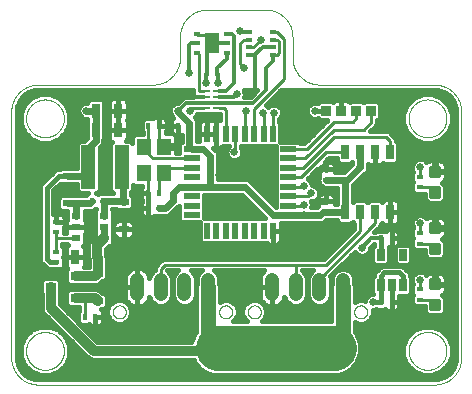
<source format=gtl>
G75*
%MOIN*%
%OFA0B0*%
%FSLAX25Y25*%
%IPPOS*%
%LPD*%
%AMOC8*
5,1,8,0,0,1.08239X$1,22.5*
%
%ADD10C,0.00000*%
%ADD11R,0.01575X0.02362*%
%ADD12R,0.02756X0.05118*%
%ADD13R,0.03268X0.02480*%
%ADD14R,0.04724X0.14567*%
%ADD15R,0.02362X0.01575*%
%ADD16R,0.05709X0.01969*%
%ADD17R,0.01969X0.05709*%
%ADD18R,0.02500X0.05000*%
%ADD19R,0.03150X0.02480*%
%ADD20R,0.03200X0.03500*%
%ADD21R,0.04724X0.05512*%
%ADD22R,0.03543X0.03150*%
%ADD23C,0.04756*%
%ADD24C,0.01181*%
%ADD25R,0.02165X0.01575*%
%ADD26R,0.04921X0.06693*%
%ADD27R,0.01969X0.01378*%
%ADD28R,0.02717X0.03898*%
%ADD29R,0.03937X0.00984*%
%ADD30C,0.02400*%
%ADD31C,0.03200*%
%ADD32C,0.01600*%
%ADD33C,0.01000*%
%ADD34C,0.02500*%
%ADD35C,0.01200*%
%ADD36C,0.02578*%
%ADD37C,0.05000*%
%ADD38C,0.15000*%
D10*
X0014550Y0006924D02*
X0146550Y0006924D01*
X0146767Y0006927D01*
X0146985Y0006935D01*
X0147202Y0006948D01*
X0147419Y0006966D01*
X0147635Y0006990D01*
X0147850Y0007018D01*
X0148065Y0007052D01*
X0148279Y0007092D01*
X0148492Y0007136D01*
X0148704Y0007186D01*
X0148914Y0007240D01*
X0149124Y0007300D01*
X0149331Y0007364D01*
X0149537Y0007434D01*
X0149741Y0007509D01*
X0149944Y0007588D01*
X0150144Y0007673D01*
X0150343Y0007762D01*
X0150539Y0007856D01*
X0150733Y0007955D01*
X0150924Y0008058D01*
X0151113Y0008166D01*
X0151299Y0008279D01*
X0151482Y0008396D01*
X0151663Y0008517D01*
X0151840Y0008643D01*
X0152014Y0008773D01*
X0152186Y0008907D01*
X0152354Y0009045D01*
X0152518Y0009187D01*
X0152679Y0009334D01*
X0152837Y0009484D01*
X0152990Y0009637D01*
X0153140Y0009795D01*
X0153287Y0009956D01*
X0153429Y0010120D01*
X0153567Y0010288D01*
X0153701Y0010460D01*
X0153831Y0010634D01*
X0153957Y0010811D01*
X0154078Y0010992D01*
X0154195Y0011175D01*
X0154308Y0011361D01*
X0154416Y0011550D01*
X0154519Y0011741D01*
X0154618Y0011935D01*
X0154712Y0012131D01*
X0154801Y0012330D01*
X0154886Y0012530D01*
X0154965Y0012733D01*
X0155040Y0012937D01*
X0155110Y0013143D01*
X0155174Y0013350D01*
X0155234Y0013560D01*
X0155288Y0013770D01*
X0155338Y0013982D01*
X0155382Y0014195D01*
X0155422Y0014409D01*
X0155456Y0014624D01*
X0155484Y0014839D01*
X0155508Y0015055D01*
X0155526Y0015272D01*
X0155539Y0015489D01*
X0155547Y0015707D01*
X0155550Y0015924D01*
X0155550Y0097924D01*
X0155547Y0098141D01*
X0155539Y0098359D01*
X0155526Y0098576D01*
X0155508Y0098793D01*
X0155484Y0099009D01*
X0155456Y0099224D01*
X0155422Y0099439D01*
X0155382Y0099653D01*
X0155338Y0099866D01*
X0155288Y0100078D01*
X0155234Y0100288D01*
X0155174Y0100498D01*
X0155110Y0100705D01*
X0155040Y0100911D01*
X0154965Y0101115D01*
X0154886Y0101318D01*
X0154801Y0101518D01*
X0154712Y0101717D01*
X0154618Y0101913D01*
X0154519Y0102107D01*
X0154416Y0102298D01*
X0154308Y0102487D01*
X0154195Y0102673D01*
X0154078Y0102856D01*
X0153957Y0103037D01*
X0153831Y0103214D01*
X0153701Y0103388D01*
X0153567Y0103560D01*
X0153429Y0103728D01*
X0153287Y0103892D01*
X0153140Y0104053D01*
X0152990Y0104211D01*
X0152837Y0104364D01*
X0152679Y0104514D01*
X0152518Y0104661D01*
X0152354Y0104803D01*
X0152186Y0104941D01*
X0152014Y0105075D01*
X0151840Y0105205D01*
X0151663Y0105331D01*
X0151482Y0105452D01*
X0151299Y0105569D01*
X0151113Y0105682D01*
X0150924Y0105790D01*
X0150733Y0105893D01*
X0150539Y0105992D01*
X0150343Y0106086D01*
X0150144Y0106175D01*
X0149944Y0106260D01*
X0149741Y0106339D01*
X0149537Y0106414D01*
X0149331Y0106484D01*
X0149124Y0106548D01*
X0148914Y0106608D01*
X0148704Y0106662D01*
X0148492Y0106712D01*
X0148279Y0106756D01*
X0148065Y0106796D01*
X0147850Y0106830D01*
X0147635Y0106858D01*
X0147419Y0106882D01*
X0147202Y0106900D01*
X0146985Y0106913D01*
X0146767Y0106921D01*
X0146550Y0106924D01*
X0108300Y0106924D01*
X0108083Y0106927D01*
X0107865Y0106935D01*
X0107648Y0106948D01*
X0107431Y0106966D01*
X0107215Y0106990D01*
X0107000Y0107018D01*
X0106785Y0107052D01*
X0106571Y0107092D01*
X0106358Y0107136D01*
X0106146Y0107186D01*
X0105936Y0107240D01*
X0105726Y0107300D01*
X0105519Y0107364D01*
X0105313Y0107434D01*
X0105109Y0107509D01*
X0104906Y0107588D01*
X0104706Y0107673D01*
X0104507Y0107762D01*
X0104311Y0107856D01*
X0104117Y0107955D01*
X0103926Y0108058D01*
X0103737Y0108166D01*
X0103551Y0108279D01*
X0103368Y0108396D01*
X0103187Y0108517D01*
X0103010Y0108643D01*
X0102836Y0108773D01*
X0102664Y0108907D01*
X0102496Y0109045D01*
X0102332Y0109187D01*
X0102171Y0109334D01*
X0102013Y0109484D01*
X0101860Y0109637D01*
X0101710Y0109795D01*
X0101563Y0109956D01*
X0101421Y0110120D01*
X0101283Y0110288D01*
X0101149Y0110460D01*
X0101019Y0110634D01*
X0100893Y0110811D01*
X0100772Y0110992D01*
X0100655Y0111175D01*
X0100542Y0111361D01*
X0100434Y0111550D01*
X0100331Y0111741D01*
X0100232Y0111935D01*
X0100138Y0112131D01*
X0100049Y0112330D01*
X0099964Y0112530D01*
X0099885Y0112733D01*
X0099810Y0112937D01*
X0099740Y0113143D01*
X0099676Y0113350D01*
X0099616Y0113560D01*
X0099562Y0113770D01*
X0099512Y0113982D01*
X0099468Y0114195D01*
X0099428Y0114409D01*
X0099394Y0114624D01*
X0099366Y0114839D01*
X0099342Y0115055D01*
X0099324Y0115272D01*
X0099311Y0115489D01*
X0099303Y0115707D01*
X0099300Y0115924D01*
X0099300Y0122924D01*
X0099297Y0123141D01*
X0099289Y0123359D01*
X0099276Y0123576D01*
X0099258Y0123793D01*
X0099234Y0124009D01*
X0099206Y0124224D01*
X0099172Y0124439D01*
X0099132Y0124653D01*
X0099088Y0124866D01*
X0099038Y0125078D01*
X0098984Y0125288D01*
X0098924Y0125498D01*
X0098860Y0125705D01*
X0098790Y0125911D01*
X0098715Y0126115D01*
X0098636Y0126318D01*
X0098551Y0126518D01*
X0098462Y0126717D01*
X0098368Y0126913D01*
X0098269Y0127107D01*
X0098166Y0127298D01*
X0098058Y0127487D01*
X0097945Y0127673D01*
X0097828Y0127856D01*
X0097707Y0128037D01*
X0097581Y0128214D01*
X0097451Y0128388D01*
X0097317Y0128560D01*
X0097179Y0128728D01*
X0097037Y0128892D01*
X0096890Y0129053D01*
X0096740Y0129211D01*
X0096587Y0129364D01*
X0096429Y0129514D01*
X0096268Y0129661D01*
X0096104Y0129803D01*
X0095936Y0129941D01*
X0095764Y0130075D01*
X0095590Y0130205D01*
X0095413Y0130331D01*
X0095232Y0130452D01*
X0095049Y0130569D01*
X0094863Y0130682D01*
X0094674Y0130790D01*
X0094483Y0130893D01*
X0094289Y0130992D01*
X0094093Y0131086D01*
X0093894Y0131175D01*
X0093694Y0131260D01*
X0093491Y0131339D01*
X0093287Y0131414D01*
X0093081Y0131484D01*
X0092874Y0131548D01*
X0092664Y0131608D01*
X0092454Y0131662D01*
X0092242Y0131712D01*
X0092029Y0131756D01*
X0091815Y0131796D01*
X0091600Y0131830D01*
X0091385Y0131858D01*
X0091169Y0131882D01*
X0090952Y0131900D01*
X0090735Y0131913D01*
X0090517Y0131921D01*
X0090300Y0131924D01*
X0070800Y0131924D01*
X0070583Y0131921D01*
X0070365Y0131913D01*
X0070148Y0131900D01*
X0069931Y0131882D01*
X0069715Y0131858D01*
X0069500Y0131830D01*
X0069285Y0131796D01*
X0069071Y0131756D01*
X0068858Y0131712D01*
X0068646Y0131662D01*
X0068436Y0131608D01*
X0068226Y0131548D01*
X0068019Y0131484D01*
X0067813Y0131414D01*
X0067609Y0131339D01*
X0067406Y0131260D01*
X0067206Y0131175D01*
X0067007Y0131086D01*
X0066811Y0130992D01*
X0066617Y0130893D01*
X0066426Y0130790D01*
X0066237Y0130682D01*
X0066051Y0130569D01*
X0065868Y0130452D01*
X0065687Y0130331D01*
X0065510Y0130205D01*
X0065336Y0130075D01*
X0065164Y0129941D01*
X0064996Y0129803D01*
X0064832Y0129661D01*
X0064671Y0129514D01*
X0064513Y0129364D01*
X0064360Y0129211D01*
X0064210Y0129053D01*
X0064063Y0128892D01*
X0063921Y0128728D01*
X0063783Y0128560D01*
X0063649Y0128388D01*
X0063519Y0128214D01*
X0063393Y0128037D01*
X0063272Y0127856D01*
X0063155Y0127673D01*
X0063042Y0127487D01*
X0062934Y0127298D01*
X0062831Y0127107D01*
X0062732Y0126913D01*
X0062638Y0126717D01*
X0062549Y0126518D01*
X0062464Y0126318D01*
X0062385Y0126115D01*
X0062310Y0125911D01*
X0062240Y0125705D01*
X0062176Y0125498D01*
X0062116Y0125288D01*
X0062062Y0125078D01*
X0062012Y0124866D01*
X0061968Y0124653D01*
X0061928Y0124439D01*
X0061894Y0124224D01*
X0061866Y0124009D01*
X0061842Y0123793D01*
X0061824Y0123576D01*
X0061811Y0123359D01*
X0061803Y0123141D01*
X0061800Y0122924D01*
X0061800Y0115924D01*
X0061797Y0115707D01*
X0061789Y0115489D01*
X0061776Y0115272D01*
X0061758Y0115055D01*
X0061734Y0114839D01*
X0061706Y0114624D01*
X0061672Y0114409D01*
X0061632Y0114195D01*
X0061588Y0113982D01*
X0061538Y0113770D01*
X0061484Y0113560D01*
X0061424Y0113350D01*
X0061360Y0113143D01*
X0061290Y0112937D01*
X0061215Y0112733D01*
X0061136Y0112530D01*
X0061051Y0112330D01*
X0060962Y0112131D01*
X0060868Y0111935D01*
X0060769Y0111741D01*
X0060666Y0111550D01*
X0060558Y0111361D01*
X0060445Y0111175D01*
X0060328Y0110992D01*
X0060207Y0110811D01*
X0060081Y0110634D01*
X0059951Y0110460D01*
X0059817Y0110288D01*
X0059679Y0110120D01*
X0059537Y0109956D01*
X0059390Y0109795D01*
X0059240Y0109637D01*
X0059087Y0109484D01*
X0058929Y0109334D01*
X0058768Y0109187D01*
X0058604Y0109045D01*
X0058436Y0108907D01*
X0058264Y0108773D01*
X0058090Y0108643D01*
X0057913Y0108517D01*
X0057732Y0108396D01*
X0057549Y0108279D01*
X0057363Y0108166D01*
X0057174Y0108058D01*
X0056983Y0107955D01*
X0056789Y0107856D01*
X0056593Y0107762D01*
X0056394Y0107673D01*
X0056194Y0107588D01*
X0055991Y0107509D01*
X0055787Y0107434D01*
X0055581Y0107364D01*
X0055374Y0107300D01*
X0055164Y0107240D01*
X0054954Y0107186D01*
X0054742Y0107136D01*
X0054529Y0107092D01*
X0054315Y0107052D01*
X0054100Y0107018D01*
X0053885Y0106990D01*
X0053669Y0106966D01*
X0053452Y0106948D01*
X0053235Y0106935D01*
X0053017Y0106927D01*
X0052800Y0106924D01*
X0014550Y0106924D01*
X0014333Y0106921D01*
X0014115Y0106913D01*
X0013898Y0106900D01*
X0013681Y0106882D01*
X0013465Y0106858D01*
X0013250Y0106830D01*
X0013035Y0106796D01*
X0012821Y0106756D01*
X0012608Y0106712D01*
X0012396Y0106662D01*
X0012186Y0106608D01*
X0011976Y0106548D01*
X0011769Y0106484D01*
X0011563Y0106414D01*
X0011359Y0106339D01*
X0011156Y0106260D01*
X0010956Y0106175D01*
X0010757Y0106086D01*
X0010561Y0105992D01*
X0010367Y0105893D01*
X0010176Y0105790D01*
X0009987Y0105682D01*
X0009801Y0105569D01*
X0009618Y0105452D01*
X0009437Y0105331D01*
X0009260Y0105205D01*
X0009086Y0105075D01*
X0008914Y0104941D01*
X0008746Y0104803D01*
X0008582Y0104661D01*
X0008421Y0104514D01*
X0008263Y0104364D01*
X0008110Y0104211D01*
X0007960Y0104053D01*
X0007813Y0103892D01*
X0007671Y0103728D01*
X0007533Y0103560D01*
X0007399Y0103388D01*
X0007269Y0103214D01*
X0007143Y0103037D01*
X0007022Y0102856D01*
X0006905Y0102673D01*
X0006792Y0102487D01*
X0006684Y0102298D01*
X0006581Y0102107D01*
X0006482Y0101913D01*
X0006388Y0101717D01*
X0006299Y0101518D01*
X0006214Y0101318D01*
X0006135Y0101115D01*
X0006060Y0100911D01*
X0005990Y0100705D01*
X0005926Y0100498D01*
X0005866Y0100288D01*
X0005812Y0100078D01*
X0005762Y0099866D01*
X0005718Y0099653D01*
X0005678Y0099439D01*
X0005644Y0099224D01*
X0005616Y0099009D01*
X0005592Y0098793D01*
X0005574Y0098576D01*
X0005561Y0098359D01*
X0005553Y0098141D01*
X0005550Y0097924D01*
X0005550Y0015924D01*
X0005553Y0015707D01*
X0005561Y0015489D01*
X0005574Y0015272D01*
X0005592Y0015055D01*
X0005616Y0014839D01*
X0005644Y0014624D01*
X0005678Y0014409D01*
X0005718Y0014195D01*
X0005762Y0013982D01*
X0005812Y0013770D01*
X0005866Y0013560D01*
X0005926Y0013350D01*
X0005990Y0013143D01*
X0006060Y0012937D01*
X0006135Y0012733D01*
X0006214Y0012530D01*
X0006299Y0012330D01*
X0006388Y0012131D01*
X0006482Y0011935D01*
X0006581Y0011741D01*
X0006684Y0011550D01*
X0006792Y0011361D01*
X0006905Y0011175D01*
X0007022Y0010992D01*
X0007143Y0010811D01*
X0007269Y0010634D01*
X0007399Y0010460D01*
X0007533Y0010288D01*
X0007671Y0010120D01*
X0007813Y0009956D01*
X0007960Y0009795D01*
X0008110Y0009637D01*
X0008263Y0009484D01*
X0008421Y0009334D01*
X0008582Y0009187D01*
X0008746Y0009045D01*
X0008914Y0008907D01*
X0009086Y0008773D01*
X0009260Y0008643D01*
X0009437Y0008517D01*
X0009618Y0008396D01*
X0009801Y0008279D01*
X0009987Y0008166D01*
X0010176Y0008058D01*
X0010367Y0007955D01*
X0010561Y0007856D01*
X0010757Y0007762D01*
X0010956Y0007673D01*
X0011156Y0007588D01*
X0011359Y0007509D01*
X0011563Y0007434D01*
X0011769Y0007364D01*
X0011976Y0007300D01*
X0012186Y0007240D01*
X0012396Y0007186D01*
X0012608Y0007136D01*
X0012821Y0007092D01*
X0013035Y0007052D01*
X0013250Y0007018D01*
X0013465Y0006990D01*
X0013681Y0006966D01*
X0013898Y0006948D01*
X0014115Y0006935D01*
X0014333Y0006927D01*
X0014550Y0006924D01*
X0010501Y0018174D02*
X0010503Y0018332D01*
X0010509Y0018490D01*
X0010519Y0018648D01*
X0010533Y0018806D01*
X0010551Y0018963D01*
X0010572Y0019120D01*
X0010598Y0019276D01*
X0010628Y0019432D01*
X0010661Y0019587D01*
X0010699Y0019740D01*
X0010740Y0019893D01*
X0010785Y0020045D01*
X0010834Y0020196D01*
X0010887Y0020345D01*
X0010943Y0020493D01*
X0011003Y0020639D01*
X0011067Y0020784D01*
X0011135Y0020927D01*
X0011206Y0021069D01*
X0011280Y0021209D01*
X0011358Y0021346D01*
X0011440Y0021482D01*
X0011524Y0021616D01*
X0011613Y0021747D01*
X0011704Y0021876D01*
X0011799Y0022003D01*
X0011896Y0022128D01*
X0011997Y0022250D01*
X0012101Y0022369D01*
X0012208Y0022486D01*
X0012318Y0022600D01*
X0012431Y0022711D01*
X0012546Y0022820D01*
X0012664Y0022925D01*
X0012785Y0023027D01*
X0012908Y0023127D01*
X0013034Y0023223D01*
X0013162Y0023316D01*
X0013292Y0023406D01*
X0013425Y0023492D01*
X0013560Y0023576D01*
X0013696Y0023655D01*
X0013835Y0023732D01*
X0013976Y0023804D01*
X0014118Y0023874D01*
X0014262Y0023939D01*
X0014408Y0024001D01*
X0014555Y0024059D01*
X0014704Y0024114D01*
X0014854Y0024165D01*
X0015005Y0024212D01*
X0015157Y0024255D01*
X0015310Y0024294D01*
X0015465Y0024330D01*
X0015620Y0024361D01*
X0015776Y0024389D01*
X0015932Y0024413D01*
X0016089Y0024433D01*
X0016247Y0024449D01*
X0016404Y0024461D01*
X0016563Y0024469D01*
X0016721Y0024473D01*
X0016879Y0024473D01*
X0017037Y0024469D01*
X0017196Y0024461D01*
X0017353Y0024449D01*
X0017511Y0024433D01*
X0017668Y0024413D01*
X0017824Y0024389D01*
X0017980Y0024361D01*
X0018135Y0024330D01*
X0018290Y0024294D01*
X0018443Y0024255D01*
X0018595Y0024212D01*
X0018746Y0024165D01*
X0018896Y0024114D01*
X0019045Y0024059D01*
X0019192Y0024001D01*
X0019338Y0023939D01*
X0019482Y0023874D01*
X0019624Y0023804D01*
X0019765Y0023732D01*
X0019904Y0023655D01*
X0020040Y0023576D01*
X0020175Y0023492D01*
X0020308Y0023406D01*
X0020438Y0023316D01*
X0020566Y0023223D01*
X0020692Y0023127D01*
X0020815Y0023027D01*
X0020936Y0022925D01*
X0021054Y0022820D01*
X0021169Y0022711D01*
X0021282Y0022600D01*
X0021392Y0022486D01*
X0021499Y0022369D01*
X0021603Y0022250D01*
X0021704Y0022128D01*
X0021801Y0022003D01*
X0021896Y0021876D01*
X0021987Y0021747D01*
X0022076Y0021616D01*
X0022160Y0021482D01*
X0022242Y0021346D01*
X0022320Y0021209D01*
X0022394Y0021069D01*
X0022465Y0020927D01*
X0022533Y0020784D01*
X0022597Y0020639D01*
X0022657Y0020493D01*
X0022713Y0020345D01*
X0022766Y0020196D01*
X0022815Y0020045D01*
X0022860Y0019893D01*
X0022901Y0019740D01*
X0022939Y0019587D01*
X0022972Y0019432D01*
X0023002Y0019276D01*
X0023028Y0019120D01*
X0023049Y0018963D01*
X0023067Y0018806D01*
X0023081Y0018648D01*
X0023091Y0018490D01*
X0023097Y0018332D01*
X0023099Y0018174D01*
X0023097Y0018016D01*
X0023091Y0017858D01*
X0023081Y0017700D01*
X0023067Y0017542D01*
X0023049Y0017385D01*
X0023028Y0017228D01*
X0023002Y0017072D01*
X0022972Y0016916D01*
X0022939Y0016761D01*
X0022901Y0016608D01*
X0022860Y0016455D01*
X0022815Y0016303D01*
X0022766Y0016152D01*
X0022713Y0016003D01*
X0022657Y0015855D01*
X0022597Y0015709D01*
X0022533Y0015564D01*
X0022465Y0015421D01*
X0022394Y0015279D01*
X0022320Y0015139D01*
X0022242Y0015002D01*
X0022160Y0014866D01*
X0022076Y0014732D01*
X0021987Y0014601D01*
X0021896Y0014472D01*
X0021801Y0014345D01*
X0021704Y0014220D01*
X0021603Y0014098D01*
X0021499Y0013979D01*
X0021392Y0013862D01*
X0021282Y0013748D01*
X0021169Y0013637D01*
X0021054Y0013528D01*
X0020936Y0013423D01*
X0020815Y0013321D01*
X0020692Y0013221D01*
X0020566Y0013125D01*
X0020438Y0013032D01*
X0020308Y0012942D01*
X0020175Y0012856D01*
X0020040Y0012772D01*
X0019904Y0012693D01*
X0019765Y0012616D01*
X0019624Y0012544D01*
X0019482Y0012474D01*
X0019338Y0012409D01*
X0019192Y0012347D01*
X0019045Y0012289D01*
X0018896Y0012234D01*
X0018746Y0012183D01*
X0018595Y0012136D01*
X0018443Y0012093D01*
X0018290Y0012054D01*
X0018135Y0012018D01*
X0017980Y0011987D01*
X0017824Y0011959D01*
X0017668Y0011935D01*
X0017511Y0011915D01*
X0017353Y0011899D01*
X0017196Y0011887D01*
X0017037Y0011879D01*
X0016879Y0011875D01*
X0016721Y0011875D01*
X0016563Y0011879D01*
X0016404Y0011887D01*
X0016247Y0011899D01*
X0016089Y0011915D01*
X0015932Y0011935D01*
X0015776Y0011959D01*
X0015620Y0011987D01*
X0015465Y0012018D01*
X0015310Y0012054D01*
X0015157Y0012093D01*
X0015005Y0012136D01*
X0014854Y0012183D01*
X0014704Y0012234D01*
X0014555Y0012289D01*
X0014408Y0012347D01*
X0014262Y0012409D01*
X0014118Y0012474D01*
X0013976Y0012544D01*
X0013835Y0012616D01*
X0013696Y0012693D01*
X0013560Y0012772D01*
X0013425Y0012856D01*
X0013292Y0012942D01*
X0013162Y0013032D01*
X0013034Y0013125D01*
X0012908Y0013221D01*
X0012785Y0013321D01*
X0012664Y0013423D01*
X0012546Y0013528D01*
X0012431Y0013637D01*
X0012318Y0013748D01*
X0012208Y0013862D01*
X0012101Y0013979D01*
X0011997Y0014098D01*
X0011896Y0014220D01*
X0011799Y0014345D01*
X0011704Y0014472D01*
X0011613Y0014601D01*
X0011524Y0014732D01*
X0011440Y0014866D01*
X0011358Y0015002D01*
X0011280Y0015139D01*
X0011206Y0015279D01*
X0011135Y0015421D01*
X0011067Y0015564D01*
X0011003Y0015709D01*
X0010943Y0015855D01*
X0010887Y0016003D01*
X0010834Y0016152D01*
X0010785Y0016303D01*
X0010740Y0016455D01*
X0010699Y0016608D01*
X0010661Y0016761D01*
X0010628Y0016916D01*
X0010598Y0017072D01*
X0010572Y0017228D01*
X0010551Y0017385D01*
X0010533Y0017542D01*
X0010519Y0017700D01*
X0010509Y0017858D01*
X0010503Y0018016D01*
X0010501Y0018174D01*
X0039418Y0031156D02*
X0039420Y0031249D01*
X0039426Y0031341D01*
X0039436Y0031433D01*
X0039450Y0031524D01*
X0039467Y0031615D01*
X0039489Y0031705D01*
X0039514Y0031794D01*
X0039543Y0031882D01*
X0039576Y0031968D01*
X0039613Y0032053D01*
X0039653Y0032137D01*
X0039697Y0032218D01*
X0039744Y0032298D01*
X0039794Y0032376D01*
X0039848Y0032451D01*
X0039905Y0032524D01*
X0039965Y0032594D01*
X0040028Y0032662D01*
X0040094Y0032727D01*
X0040162Y0032789D01*
X0040233Y0032849D01*
X0040307Y0032905D01*
X0040383Y0032958D01*
X0040461Y0033007D01*
X0040541Y0033054D01*
X0040623Y0033096D01*
X0040707Y0033136D01*
X0040792Y0033171D01*
X0040879Y0033203D01*
X0040967Y0033232D01*
X0041056Y0033256D01*
X0041146Y0033277D01*
X0041237Y0033293D01*
X0041329Y0033306D01*
X0041421Y0033315D01*
X0041514Y0033320D01*
X0041606Y0033321D01*
X0041699Y0033318D01*
X0041791Y0033311D01*
X0041883Y0033300D01*
X0041974Y0033285D01*
X0042065Y0033267D01*
X0042155Y0033244D01*
X0042243Y0033218D01*
X0042331Y0033188D01*
X0042417Y0033154D01*
X0042501Y0033117D01*
X0042584Y0033075D01*
X0042665Y0033031D01*
X0042745Y0032983D01*
X0042822Y0032932D01*
X0042896Y0032877D01*
X0042969Y0032819D01*
X0043039Y0032759D01*
X0043106Y0032695D01*
X0043170Y0032629D01*
X0043232Y0032559D01*
X0043290Y0032488D01*
X0043345Y0032414D01*
X0043397Y0032337D01*
X0043446Y0032258D01*
X0043492Y0032178D01*
X0043534Y0032095D01*
X0043572Y0032011D01*
X0043607Y0031925D01*
X0043638Y0031838D01*
X0043665Y0031750D01*
X0043688Y0031660D01*
X0043708Y0031570D01*
X0043724Y0031479D01*
X0043736Y0031387D01*
X0043744Y0031295D01*
X0043748Y0031202D01*
X0043748Y0031110D01*
X0043744Y0031017D01*
X0043736Y0030925D01*
X0043724Y0030833D01*
X0043708Y0030742D01*
X0043688Y0030652D01*
X0043665Y0030562D01*
X0043638Y0030474D01*
X0043607Y0030387D01*
X0043572Y0030301D01*
X0043534Y0030217D01*
X0043492Y0030134D01*
X0043446Y0030054D01*
X0043397Y0029975D01*
X0043345Y0029898D01*
X0043290Y0029824D01*
X0043232Y0029753D01*
X0043170Y0029683D01*
X0043106Y0029617D01*
X0043039Y0029553D01*
X0042969Y0029493D01*
X0042896Y0029435D01*
X0042822Y0029380D01*
X0042745Y0029329D01*
X0042666Y0029281D01*
X0042584Y0029237D01*
X0042501Y0029195D01*
X0042417Y0029158D01*
X0042331Y0029124D01*
X0042243Y0029094D01*
X0042155Y0029068D01*
X0042065Y0029045D01*
X0041974Y0029027D01*
X0041883Y0029012D01*
X0041791Y0029001D01*
X0041699Y0028994D01*
X0041606Y0028991D01*
X0041514Y0028992D01*
X0041421Y0028997D01*
X0041329Y0029006D01*
X0041237Y0029019D01*
X0041146Y0029035D01*
X0041056Y0029056D01*
X0040967Y0029080D01*
X0040879Y0029109D01*
X0040792Y0029141D01*
X0040707Y0029176D01*
X0040623Y0029216D01*
X0040541Y0029258D01*
X0040461Y0029305D01*
X0040383Y0029354D01*
X0040307Y0029407D01*
X0040233Y0029463D01*
X0040162Y0029523D01*
X0040094Y0029585D01*
X0040028Y0029650D01*
X0039965Y0029718D01*
X0039905Y0029788D01*
X0039848Y0029861D01*
X0039794Y0029936D01*
X0039744Y0030014D01*
X0039697Y0030094D01*
X0039653Y0030175D01*
X0039613Y0030259D01*
X0039576Y0030344D01*
X0039543Y0030430D01*
X0039514Y0030518D01*
X0039489Y0030607D01*
X0039467Y0030697D01*
X0039450Y0030788D01*
X0039436Y0030879D01*
X0039426Y0030971D01*
X0039420Y0031063D01*
X0039418Y0031156D01*
X0074852Y0031156D02*
X0074854Y0031249D01*
X0074860Y0031341D01*
X0074870Y0031433D01*
X0074884Y0031524D01*
X0074901Y0031615D01*
X0074923Y0031705D01*
X0074948Y0031794D01*
X0074977Y0031882D01*
X0075010Y0031968D01*
X0075047Y0032053D01*
X0075087Y0032137D01*
X0075131Y0032218D01*
X0075178Y0032298D01*
X0075228Y0032376D01*
X0075282Y0032451D01*
X0075339Y0032524D01*
X0075399Y0032594D01*
X0075462Y0032662D01*
X0075528Y0032727D01*
X0075596Y0032789D01*
X0075667Y0032849D01*
X0075741Y0032905D01*
X0075817Y0032958D01*
X0075895Y0033007D01*
X0075975Y0033054D01*
X0076057Y0033096D01*
X0076141Y0033136D01*
X0076226Y0033171D01*
X0076313Y0033203D01*
X0076401Y0033232D01*
X0076490Y0033256D01*
X0076580Y0033277D01*
X0076671Y0033293D01*
X0076763Y0033306D01*
X0076855Y0033315D01*
X0076948Y0033320D01*
X0077040Y0033321D01*
X0077133Y0033318D01*
X0077225Y0033311D01*
X0077317Y0033300D01*
X0077408Y0033285D01*
X0077499Y0033267D01*
X0077589Y0033244D01*
X0077677Y0033218D01*
X0077765Y0033188D01*
X0077851Y0033154D01*
X0077935Y0033117D01*
X0078018Y0033075D01*
X0078099Y0033031D01*
X0078179Y0032983D01*
X0078256Y0032932D01*
X0078330Y0032877D01*
X0078403Y0032819D01*
X0078473Y0032759D01*
X0078540Y0032695D01*
X0078604Y0032629D01*
X0078666Y0032559D01*
X0078724Y0032488D01*
X0078779Y0032414D01*
X0078831Y0032337D01*
X0078880Y0032258D01*
X0078926Y0032178D01*
X0078968Y0032095D01*
X0079006Y0032011D01*
X0079041Y0031925D01*
X0079072Y0031838D01*
X0079099Y0031750D01*
X0079122Y0031660D01*
X0079142Y0031570D01*
X0079158Y0031479D01*
X0079170Y0031387D01*
X0079178Y0031295D01*
X0079182Y0031202D01*
X0079182Y0031110D01*
X0079178Y0031017D01*
X0079170Y0030925D01*
X0079158Y0030833D01*
X0079142Y0030742D01*
X0079122Y0030652D01*
X0079099Y0030562D01*
X0079072Y0030474D01*
X0079041Y0030387D01*
X0079006Y0030301D01*
X0078968Y0030217D01*
X0078926Y0030134D01*
X0078880Y0030054D01*
X0078831Y0029975D01*
X0078779Y0029898D01*
X0078724Y0029824D01*
X0078666Y0029753D01*
X0078604Y0029683D01*
X0078540Y0029617D01*
X0078473Y0029553D01*
X0078403Y0029493D01*
X0078330Y0029435D01*
X0078256Y0029380D01*
X0078179Y0029329D01*
X0078100Y0029281D01*
X0078018Y0029237D01*
X0077935Y0029195D01*
X0077851Y0029158D01*
X0077765Y0029124D01*
X0077677Y0029094D01*
X0077589Y0029068D01*
X0077499Y0029045D01*
X0077408Y0029027D01*
X0077317Y0029012D01*
X0077225Y0029001D01*
X0077133Y0028994D01*
X0077040Y0028991D01*
X0076948Y0028992D01*
X0076855Y0028997D01*
X0076763Y0029006D01*
X0076671Y0029019D01*
X0076580Y0029035D01*
X0076490Y0029056D01*
X0076401Y0029080D01*
X0076313Y0029109D01*
X0076226Y0029141D01*
X0076141Y0029176D01*
X0076057Y0029216D01*
X0075975Y0029258D01*
X0075895Y0029305D01*
X0075817Y0029354D01*
X0075741Y0029407D01*
X0075667Y0029463D01*
X0075596Y0029523D01*
X0075528Y0029585D01*
X0075462Y0029650D01*
X0075399Y0029718D01*
X0075339Y0029788D01*
X0075282Y0029861D01*
X0075228Y0029936D01*
X0075178Y0030014D01*
X0075131Y0030094D01*
X0075087Y0030175D01*
X0075047Y0030259D01*
X0075010Y0030344D01*
X0074977Y0030430D01*
X0074948Y0030518D01*
X0074923Y0030607D01*
X0074901Y0030697D01*
X0074884Y0030788D01*
X0074870Y0030879D01*
X0074860Y0030971D01*
X0074854Y0031063D01*
X0074852Y0031156D01*
X0084418Y0031156D02*
X0084420Y0031249D01*
X0084426Y0031341D01*
X0084436Y0031433D01*
X0084450Y0031524D01*
X0084467Y0031615D01*
X0084489Y0031705D01*
X0084514Y0031794D01*
X0084543Y0031882D01*
X0084576Y0031968D01*
X0084613Y0032053D01*
X0084653Y0032137D01*
X0084697Y0032218D01*
X0084744Y0032298D01*
X0084794Y0032376D01*
X0084848Y0032451D01*
X0084905Y0032524D01*
X0084965Y0032594D01*
X0085028Y0032662D01*
X0085094Y0032727D01*
X0085162Y0032789D01*
X0085233Y0032849D01*
X0085307Y0032905D01*
X0085383Y0032958D01*
X0085461Y0033007D01*
X0085541Y0033054D01*
X0085623Y0033096D01*
X0085707Y0033136D01*
X0085792Y0033171D01*
X0085879Y0033203D01*
X0085967Y0033232D01*
X0086056Y0033256D01*
X0086146Y0033277D01*
X0086237Y0033293D01*
X0086329Y0033306D01*
X0086421Y0033315D01*
X0086514Y0033320D01*
X0086606Y0033321D01*
X0086699Y0033318D01*
X0086791Y0033311D01*
X0086883Y0033300D01*
X0086974Y0033285D01*
X0087065Y0033267D01*
X0087155Y0033244D01*
X0087243Y0033218D01*
X0087331Y0033188D01*
X0087417Y0033154D01*
X0087501Y0033117D01*
X0087584Y0033075D01*
X0087665Y0033031D01*
X0087745Y0032983D01*
X0087822Y0032932D01*
X0087896Y0032877D01*
X0087969Y0032819D01*
X0088039Y0032759D01*
X0088106Y0032695D01*
X0088170Y0032629D01*
X0088232Y0032559D01*
X0088290Y0032488D01*
X0088345Y0032414D01*
X0088397Y0032337D01*
X0088446Y0032258D01*
X0088492Y0032178D01*
X0088534Y0032095D01*
X0088572Y0032011D01*
X0088607Y0031925D01*
X0088638Y0031838D01*
X0088665Y0031750D01*
X0088688Y0031660D01*
X0088708Y0031570D01*
X0088724Y0031479D01*
X0088736Y0031387D01*
X0088744Y0031295D01*
X0088748Y0031202D01*
X0088748Y0031110D01*
X0088744Y0031017D01*
X0088736Y0030925D01*
X0088724Y0030833D01*
X0088708Y0030742D01*
X0088688Y0030652D01*
X0088665Y0030562D01*
X0088638Y0030474D01*
X0088607Y0030387D01*
X0088572Y0030301D01*
X0088534Y0030217D01*
X0088492Y0030134D01*
X0088446Y0030054D01*
X0088397Y0029975D01*
X0088345Y0029898D01*
X0088290Y0029824D01*
X0088232Y0029753D01*
X0088170Y0029683D01*
X0088106Y0029617D01*
X0088039Y0029553D01*
X0087969Y0029493D01*
X0087896Y0029435D01*
X0087822Y0029380D01*
X0087745Y0029329D01*
X0087666Y0029281D01*
X0087584Y0029237D01*
X0087501Y0029195D01*
X0087417Y0029158D01*
X0087331Y0029124D01*
X0087243Y0029094D01*
X0087155Y0029068D01*
X0087065Y0029045D01*
X0086974Y0029027D01*
X0086883Y0029012D01*
X0086791Y0029001D01*
X0086699Y0028994D01*
X0086606Y0028991D01*
X0086514Y0028992D01*
X0086421Y0028997D01*
X0086329Y0029006D01*
X0086237Y0029019D01*
X0086146Y0029035D01*
X0086056Y0029056D01*
X0085967Y0029080D01*
X0085879Y0029109D01*
X0085792Y0029141D01*
X0085707Y0029176D01*
X0085623Y0029216D01*
X0085541Y0029258D01*
X0085461Y0029305D01*
X0085383Y0029354D01*
X0085307Y0029407D01*
X0085233Y0029463D01*
X0085162Y0029523D01*
X0085094Y0029585D01*
X0085028Y0029650D01*
X0084965Y0029718D01*
X0084905Y0029788D01*
X0084848Y0029861D01*
X0084794Y0029936D01*
X0084744Y0030014D01*
X0084697Y0030094D01*
X0084653Y0030175D01*
X0084613Y0030259D01*
X0084576Y0030344D01*
X0084543Y0030430D01*
X0084514Y0030518D01*
X0084489Y0030607D01*
X0084467Y0030697D01*
X0084450Y0030788D01*
X0084436Y0030879D01*
X0084426Y0030971D01*
X0084420Y0031063D01*
X0084418Y0031156D01*
X0119852Y0031156D02*
X0119854Y0031249D01*
X0119860Y0031341D01*
X0119870Y0031433D01*
X0119884Y0031524D01*
X0119901Y0031615D01*
X0119923Y0031705D01*
X0119948Y0031794D01*
X0119977Y0031882D01*
X0120010Y0031968D01*
X0120047Y0032053D01*
X0120087Y0032137D01*
X0120131Y0032218D01*
X0120178Y0032298D01*
X0120228Y0032376D01*
X0120282Y0032451D01*
X0120339Y0032524D01*
X0120399Y0032594D01*
X0120462Y0032662D01*
X0120528Y0032727D01*
X0120596Y0032789D01*
X0120667Y0032849D01*
X0120741Y0032905D01*
X0120817Y0032958D01*
X0120895Y0033007D01*
X0120975Y0033054D01*
X0121057Y0033096D01*
X0121141Y0033136D01*
X0121226Y0033171D01*
X0121313Y0033203D01*
X0121401Y0033232D01*
X0121490Y0033256D01*
X0121580Y0033277D01*
X0121671Y0033293D01*
X0121763Y0033306D01*
X0121855Y0033315D01*
X0121948Y0033320D01*
X0122040Y0033321D01*
X0122133Y0033318D01*
X0122225Y0033311D01*
X0122317Y0033300D01*
X0122408Y0033285D01*
X0122499Y0033267D01*
X0122589Y0033244D01*
X0122677Y0033218D01*
X0122765Y0033188D01*
X0122851Y0033154D01*
X0122935Y0033117D01*
X0123018Y0033075D01*
X0123099Y0033031D01*
X0123179Y0032983D01*
X0123256Y0032932D01*
X0123330Y0032877D01*
X0123403Y0032819D01*
X0123473Y0032759D01*
X0123540Y0032695D01*
X0123604Y0032629D01*
X0123666Y0032559D01*
X0123724Y0032488D01*
X0123779Y0032414D01*
X0123831Y0032337D01*
X0123880Y0032258D01*
X0123926Y0032178D01*
X0123968Y0032095D01*
X0124006Y0032011D01*
X0124041Y0031925D01*
X0124072Y0031838D01*
X0124099Y0031750D01*
X0124122Y0031660D01*
X0124142Y0031570D01*
X0124158Y0031479D01*
X0124170Y0031387D01*
X0124178Y0031295D01*
X0124182Y0031202D01*
X0124182Y0031110D01*
X0124178Y0031017D01*
X0124170Y0030925D01*
X0124158Y0030833D01*
X0124142Y0030742D01*
X0124122Y0030652D01*
X0124099Y0030562D01*
X0124072Y0030474D01*
X0124041Y0030387D01*
X0124006Y0030301D01*
X0123968Y0030217D01*
X0123926Y0030134D01*
X0123880Y0030054D01*
X0123831Y0029975D01*
X0123779Y0029898D01*
X0123724Y0029824D01*
X0123666Y0029753D01*
X0123604Y0029683D01*
X0123540Y0029617D01*
X0123473Y0029553D01*
X0123403Y0029493D01*
X0123330Y0029435D01*
X0123256Y0029380D01*
X0123179Y0029329D01*
X0123100Y0029281D01*
X0123018Y0029237D01*
X0122935Y0029195D01*
X0122851Y0029158D01*
X0122765Y0029124D01*
X0122677Y0029094D01*
X0122589Y0029068D01*
X0122499Y0029045D01*
X0122408Y0029027D01*
X0122317Y0029012D01*
X0122225Y0029001D01*
X0122133Y0028994D01*
X0122040Y0028991D01*
X0121948Y0028992D01*
X0121855Y0028997D01*
X0121763Y0029006D01*
X0121671Y0029019D01*
X0121580Y0029035D01*
X0121490Y0029056D01*
X0121401Y0029080D01*
X0121313Y0029109D01*
X0121226Y0029141D01*
X0121141Y0029176D01*
X0121057Y0029216D01*
X0120975Y0029258D01*
X0120895Y0029305D01*
X0120817Y0029354D01*
X0120741Y0029407D01*
X0120667Y0029463D01*
X0120596Y0029523D01*
X0120528Y0029585D01*
X0120462Y0029650D01*
X0120399Y0029718D01*
X0120339Y0029788D01*
X0120282Y0029861D01*
X0120228Y0029936D01*
X0120178Y0030014D01*
X0120131Y0030094D01*
X0120087Y0030175D01*
X0120047Y0030259D01*
X0120010Y0030344D01*
X0119977Y0030430D01*
X0119948Y0030518D01*
X0119923Y0030607D01*
X0119901Y0030697D01*
X0119884Y0030788D01*
X0119870Y0030879D01*
X0119860Y0030971D01*
X0119854Y0031063D01*
X0119852Y0031156D01*
X0138001Y0018174D02*
X0138003Y0018332D01*
X0138009Y0018490D01*
X0138019Y0018648D01*
X0138033Y0018806D01*
X0138051Y0018963D01*
X0138072Y0019120D01*
X0138098Y0019276D01*
X0138128Y0019432D01*
X0138161Y0019587D01*
X0138199Y0019740D01*
X0138240Y0019893D01*
X0138285Y0020045D01*
X0138334Y0020196D01*
X0138387Y0020345D01*
X0138443Y0020493D01*
X0138503Y0020639D01*
X0138567Y0020784D01*
X0138635Y0020927D01*
X0138706Y0021069D01*
X0138780Y0021209D01*
X0138858Y0021346D01*
X0138940Y0021482D01*
X0139024Y0021616D01*
X0139113Y0021747D01*
X0139204Y0021876D01*
X0139299Y0022003D01*
X0139396Y0022128D01*
X0139497Y0022250D01*
X0139601Y0022369D01*
X0139708Y0022486D01*
X0139818Y0022600D01*
X0139931Y0022711D01*
X0140046Y0022820D01*
X0140164Y0022925D01*
X0140285Y0023027D01*
X0140408Y0023127D01*
X0140534Y0023223D01*
X0140662Y0023316D01*
X0140792Y0023406D01*
X0140925Y0023492D01*
X0141060Y0023576D01*
X0141196Y0023655D01*
X0141335Y0023732D01*
X0141476Y0023804D01*
X0141618Y0023874D01*
X0141762Y0023939D01*
X0141908Y0024001D01*
X0142055Y0024059D01*
X0142204Y0024114D01*
X0142354Y0024165D01*
X0142505Y0024212D01*
X0142657Y0024255D01*
X0142810Y0024294D01*
X0142965Y0024330D01*
X0143120Y0024361D01*
X0143276Y0024389D01*
X0143432Y0024413D01*
X0143589Y0024433D01*
X0143747Y0024449D01*
X0143904Y0024461D01*
X0144063Y0024469D01*
X0144221Y0024473D01*
X0144379Y0024473D01*
X0144537Y0024469D01*
X0144696Y0024461D01*
X0144853Y0024449D01*
X0145011Y0024433D01*
X0145168Y0024413D01*
X0145324Y0024389D01*
X0145480Y0024361D01*
X0145635Y0024330D01*
X0145790Y0024294D01*
X0145943Y0024255D01*
X0146095Y0024212D01*
X0146246Y0024165D01*
X0146396Y0024114D01*
X0146545Y0024059D01*
X0146692Y0024001D01*
X0146838Y0023939D01*
X0146982Y0023874D01*
X0147124Y0023804D01*
X0147265Y0023732D01*
X0147404Y0023655D01*
X0147540Y0023576D01*
X0147675Y0023492D01*
X0147808Y0023406D01*
X0147938Y0023316D01*
X0148066Y0023223D01*
X0148192Y0023127D01*
X0148315Y0023027D01*
X0148436Y0022925D01*
X0148554Y0022820D01*
X0148669Y0022711D01*
X0148782Y0022600D01*
X0148892Y0022486D01*
X0148999Y0022369D01*
X0149103Y0022250D01*
X0149204Y0022128D01*
X0149301Y0022003D01*
X0149396Y0021876D01*
X0149487Y0021747D01*
X0149576Y0021616D01*
X0149660Y0021482D01*
X0149742Y0021346D01*
X0149820Y0021209D01*
X0149894Y0021069D01*
X0149965Y0020927D01*
X0150033Y0020784D01*
X0150097Y0020639D01*
X0150157Y0020493D01*
X0150213Y0020345D01*
X0150266Y0020196D01*
X0150315Y0020045D01*
X0150360Y0019893D01*
X0150401Y0019740D01*
X0150439Y0019587D01*
X0150472Y0019432D01*
X0150502Y0019276D01*
X0150528Y0019120D01*
X0150549Y0018963D01*
X0150567Y0018806D01*
X0150581Y0018648D01*
X0150591Y0018490D01*
X0150597Y0018332D01*
X0150599Y0018174D01*
X0150597Y0018016D01*
X0150591Y0017858D01*
X0150581Y0017700D01*
X0150567Y0017542D01*
X0150549Y0017385D01*
X0150528Y0017228D01*
X0150502Y0017072D01*
X0150472Y0016916D01*
X0150439Y0016761D01*
X0150401Y0016608D01*
X0150360Y0016455D01*
X0150315Y0016303D01*
X0150266Y0016152D01*
X0150213Y0016003D01*
X0150157Y0015855D01*
X0150097Y0015709D01*
X0150033Y0015564D01*
X0149965Y0015421D01*
X0149894Y0015279D01*
X0149820Y0015139D01*
X0149742Y0015002D01*
X0149660Y0014866D01*
X0149576Y0014732D01*
X0149487Y0014601D01*
X0149396Y0014472D01*
X0149301Y0014345D01*
X0149204Y0014220D01*
X0149103Y0014098D01*
X0148999Y0013979D01*
X0148892Y0013862D01*
X0148782Y0013748D01*
X0148669Y0013637D01*
X0148554Y0013528D01*
X0148436Y0013423D01*
X0148315Y0013321D01*
X0148192Y0013221D01*
X0148066Y0013125D01*
X0147938Y0013032D01*
X0147808Y0012942D01*
X0147675Y0012856D01*
X0147540Y0012772D01*
X0147404Y0012693D01*
X0147265Y0012616D01*
X0147124Y0012544D01*
X0146982Y0012474D01*
X0146838Y0012409D01*
X0146692Y0012347D01*
X0146545Y0012289D01*
X0146396Y0012234D01*
X0146246Y0012183D01*
X0146095Y0012136D01*
X0145943Y0012093D01*
X0145790Y0012054D01*
X0145635Y0012018D01*
X0145480Y0011987D01*
X0145324Y0011959D01*
X0145168Y0011935D01*
X0145011Y0011915D01*
X0144853Y0011899D01*
X0144696Y0011887D01*
X0144537Y0011879D01*
X0144379Y0011875D01*
X0144221Y0011875D01*
X0144063Y0011879D01*
X0143904Y0011887D01*
X0143747Y0011899D01*
X0143589Y0011915D01*
X0143432Y0011935D01*
X0143276Y0011959D01*
X0143120Y0011987D01*
X0142965Y0012018D01*
X0142810Y0012054D01*
X0142657Y0012093D01*
X0142505Y0012136D01*
X0142354Y0012183D01*
X0142204Y0012234D01*
X0142055Y0012289D01*
X0141908Y0012347D01*
X0141762Y0012409D01*
X0141618Y0012474D01*
X0141476Y0012544D01*
X0141335Y0012616D01*
X0141196Y0012693D01*
X0141060Y0012772D01*
X0140925Y0012856D01*
X0140792Y0012942D01*
X0140662Y0013032D01*
X0140534Y0013125D01*
X0140408Y0013221D01*
X0140285Y0013321D01*
X0140164Y0013423D01*
X0140046Y0013528D01*
X0139931Y0013637D01*
X0139818Y0013748D01*
X0139708Y0013862D01*
X0139601Y0013979D01*
X0139497Y0014098D01*
X0139396Y0014220D01*
X0139299Y0014345D01*
X0139204Y0014472D01*
X0139113Y0014601D01*
X0139024Y0014732D01*
X0138940Y0014866D01*
X0138858Y0015002D01*
X0138780Y0015139D01*
X0138706Y0015279D01*
X0138635Y0015421D01*
X0138567Y0015564D01*
X0138503Y0015709D01*
X0138443Y0015855D01*
X0138387Y0016003D01*
X0138334Y0016152D01*
X0138285Y0016303D01*
X0138240Y0016455D01*
X0138199Y0016608D01*
X0138161Y0016761D01*
X0138128Y0016916D01*
X0138098Y0017072D01*
X0138072Y0017228D01*
X0138051Y0017385D01*
X0138033Y0017542D01*
X0138019Y0017700D01*
X0138009Y0017858D01*
X0138003Y0018016D01*
X0138001Y0018174D01*
X0138001Y0095674D02*
X0138003Y0095832D01*
X0138009Y0095990D01*
X0138019Y0096148D01*
X0138033Y0096306D01*
X0138051Y0096463D01*
X0138072Y0096620D01*
X0138098Y0096776D01*
X0138128Y0096932D01*
X0138161Y0097087D01*
X0138199Y0097240D01*
X0138240Y0097393D01*
X0138285Y0097545D01*
X0138334Y0097696D01*
X0138387Y0097845D01*
X0138443Y0097993D01*
X0138503Y0098139D01*
X0138567Y0098284D01*
X0138635Y0098427D01*
X0138706Y0098569D01*
X0138780Y0098709D01*
X0138858Y0098846D01*
X0138940Y0098982D01*
X0139024Y0099116D01*
X0139113Y0099247D01*
X0139204Y0099376D01*
X0139299Y0099503D01*
X0139396Y0099628D01*
X0139497Y0099750D01*
X0139601Y0099869D01*
X0139708Y0099986D01*
X0139818Y0100100D01*
X0139931Y0100211D01*
X0140046Y0100320D01*
X0140164Y0100425D01*
X0140285Y0100527D01*
X0140408Y0100627D01*
X0140534Y0100723D01*
X0140662Y0100816D01*
X0140792Y0100906D01*
X0140925Y0100992D01*
X0141060Y0101076D01*
X0141196Y0101155D01*
X0141335Y0101232D01*
X0141476Y0101304D01*
X0141618Y0101374D01*
X0141762Y0101439D01*
X0141908Y0101501D01*
X0142055Y0101559D01*
X0142204Y0101614D01*
X0142354Y0101665D01*
X0142505Y0101712D01*
X0142657Y0101755D01*
X0142810Y0101794D01*
X0142965Y0101830D01*
X0143120Y0101861D01*
X0143276Y0101889D01*
X0143432Y0101913D01*
X0143589Y0101933D01*
X0143747Y0101949D01*
X0143904Y0101961D01*
X0144063Y0101969D01*
X0144221Y0101973D01*
X0144379Y0101973D01*
X0144537Y0101969D01*
X0144696Y0101961D01*
X0144853Y0101949D01*
X0145011Y0101933D01*
X0145168Y0101913D01*
X0145324Y0101889D01*
X0145480Y0101861D01*
X0145635Y0101830D01*
X0145790Y0101794D01*
X0145943Y0101755D01*
X0146095Y0101712D01*
X0146246Y0101665D01*
X0146396Y0101614D01*
X0146545Y0101559D01*
X0146692Y0101501D01*
X0146838Y0101439D01*
X0146982Y0101374D01*
X0147124Y0101304D01*
X0147265Y0101232D01*
X0147404Y0101155D01*
X0147540Y0101076D01*
X0147675Y0100992D01*
X0147808Y0100906D01*
X0147938Y0100816D01*
X0148066Y0100723D01*
X0148192Y0100627D01*
X0148315Y0100527D01*
X0148436Y0100425D01*
X0148554Y0100320D01*
X0148669Y0100211D01*
X0148782Y0100100D01*
X0148892Y0099986D01*
X0148999Y0099869D01*
X0149103Y0099750D01*
X0149204Y0099628D01*
X0149301Y0099503D01*
X0149396Y0099376D01*
X0149487Y0099247D01*
X0149576Y0099116D01*
X0149660Y0098982D01*
X0149742Y0098846D01*
X0149820Y0098709D01*
X0149894Y0098569D01*
X0149965Y0098427D01*
X0150033Y0098284D01*
X0150097Y0098139D01*
X0150157Y0097993D01*
X0150213Y0097845D01*
X0150266Y0097696D01*
X0150315Y0097545D01*
X0150360Y0097393D01*
X0150401Y0097240D01*
X0150439Y0097087D01*
X0150472Y0096932D01*
X0150502Y0096776D01*
X0150528Y0096620D01*
X0150549Y0096463D01*
X0150567Y0096306D01*
X0150581Y0096148D01*
X0150591Y0095990D01*
X0150597Y0095832D01*
X0150599Y0095674D01*
X0150597Y0095516D01*
X0150591Y0095358D01*
X0150581Y0095200D01*
X0150567Y0095042D01*
X0150549Y0094885D01*
X0150528Y0094728D01*
X0150502Y0094572D01*
X0150472Y0094416D01*
X0150439Y0094261D01*
X0150401Y0094108D01*
X0150360Y0093955D01*
X0150315Y0093803D01*
X0150266Y0093652D01*
X0150213Y0093503D01*
X0150157Y0093355D01*
X0150097Y0093209D01*
X0150033Y0093064D01*
X0149965Y0092921D01*
X0149894Y0092779D01*
X0149820Y0092639D01*
X0149742Y0092502D01*
X0149660Y0092366D01*
X0149576Y0092232D01*
X0149487Y0092101D01*
X0149396Y0091972D01*
X0149301Y0091845D01*
X0149204Y0091720D01*
X0149103Y0091598D01*
X0148999Y0091479D01*
X0148892Y0091362D01*
X0148782Y0091248D01*
X0148669Y0091137D01*
X0148554Y0091028D01*
X0148436Y0090923D01*
X0148315Y0090821D01*
X0148192Y0090721D01*
X0148066Y0090625D01*
X0147938Y0090532D01*
X0147808Y0090442D01*
X0147675Y0090356D01*
X0147540Y0090272D01*
X0147404Y0090193D01*
X0147265Y0090116D01*
X0147124Y0090044D01*
X0146982Y0089974D01*
X0146838Y0089909D01*
X0146692Y0089847D01*
X0146545Y0089789D01*
X0146396Y0089734D01*
X0146246Y0089683D01*
X0146095Y0089636D01*
X0145943Y0089593D01*
X0145790Y0089554D01*
X0145635Y0089518D01*
X0145480Y0089487D01*
X0145324Y0089459D01*
X0145168Y0089435D01*
X0145011Y0089415D01*
X0144853Y0089399D01*
X0144696Y0089387D01*
X0144537Y0089379D01*
X0144379Y0089375D01*
X0144221Y0089375D01*
X0144063Y0089379D01*
X0143904Y0089387D01*
X0143747Y0089399D01*
X0143589Y0089415D01*
X0143432Y0089435D01*
X0143276Y0089459D01*
X0143120Y0089487D01*
X0142965Y0089518D01*
X0142810Y0089554D01*
X0142657Y0089593D01*
X0142505Y0089636D01*
X0142354Y0089683D01*
X0142204Y0089734D01*
X0142055Y0089789D01*
X0141908Y0089847D01*
X0141762Y0089909D01*
X0141618Y0089974D01*
X0141476Y0090044D01*
X0141335Y0090116D01*
X0141196Y0090193D01*
X0141060Y0090272D01*
X0140925Y0090356D01*
X0140792Y0090442D01*
X0140662Y0090532D01*
X0140534Y0090625D01*
X0140408Y0090721D01*
X0140285Y0090821D01*
X0140164Y0090923D01*
X0140046Y0091028D01*
X0139931Y0091137D01*
X0139818Y0091248D01*
X0139708Y0091362D01*
X0139601Y0091479D01*
X0139497Y0091598D01*
X0139396Y0091720D01*
X0139299Y0091845D01*
X0139204Y0091972D01*
X0139113Y0092101D01*
X0139024Y0092232D01*
X0138940Y0092366D01*
X0138858Y0092502D01*
X0138780Y0092639D01*
X0138706Y0092779D01*
X0138635Y0092921D01*
X0138567Y0093064D01*
X0138503Y0093209D01*
X0138443Y0093355D01*
X0138387Y0093503D01*
X0138334Y0093652D01*
X0138285Y0093803D01*
X0138240Y0093955D01*
X0138199Y0094108D01*
X0138161Y0094261D01*
X0138128Y0094416D01*
X0138098Y0094572D01*
X0138072Y0094728D01*
X0138051Y0094885D01*
X0138033Y0095042D01*
X0138019Y0095200D01*
X0138009Y0095358D01*
X0138003Y0095516D01*
X0138001Y0095674D01*
X0010501Y0095674D02*
X0010503Y0095832D01*
X0010509Y0095990D01*
X0010519Y0096148D01*
X0010533Y0096306D01*
X0010551Y0096463D01*
X0010572Y0096620D01*
X0010598Y0096776D01*
X0010628Y0096932D01*
X0010661Y0097087D01*
X0010699Y0097240D01*
X0010740Y0097393D01*
X0010785Y0097545D01*
X0010834Y0097696D01*
X0010887Y0097845D01*
X0010943Y0097993D01*
X0011003Y0098139D01*
X0011067Y0098284D01*
X0011135Y0098427D01*
X0011206Y0098569D01*
X0011280Y0098709D01*
X0011358Y0098846D01*
X0011440Y0098982D01*
X0011524Y0099116D01*
X0011613Y0099247D01*
X0011704Y0099376D01*
X0011799Y0099503D01*
X0011896Y0099628D01*
X0011997Y0099750D01*
X0012101Y0099869D01*
X0012208Y0099986D01*
X0012318Y0100100D01*
X0012431Y0100211D01*
X0012546Y0100320D01*
X0012664Y0100425D01*
X0012785Y0100527D01*
X0012908Y0100627D01*
X0013034Y0100723D01*
X0013162Y0100816D01*
X0013292Y0100906D01*
X0013425Y0100992D01*
X0013560Y0101076D01*
X0013696Y0101155D01*
X0013835Y0101232D01*
X0013976Y0101304D01*
X0014118Y0101374D01*
X0014262Y0101439D01*
X0014408Y0101501D01*
X0014555Y0101559D01*
X0014704Y0101614D01*
X0014854Y0101665D01*
X0015005Y0101712D01*
X0015157Y0101755D01*
X0015310Y0101794D01*
X0015465Y0101830D01*
X0015620Y0101861D01*
X0015776Y0101889D01*
X0015932Y0101913D01*
X0016089Y0101933D01*
X0016247Y0101949D01*
X0016404Y0101961D01*
X0016563Y0101969D01*
X0016721Y0101973D01*
X0016879Y0101973D01*
X0017037Y0101969D01*
X0017196Y0101961D01*
X0017353Y0101949D01*
X0017511Y0101933D01*
X0017668Y0101913D01*
X0017824Y0101889D01*
X0017980Y0101861D01*
X0018135Y0101830D01*
X0018290Y0101794D01*
X0018443Y0101755D01*
X0018595Y0101712D01*
X0018746Y0101665D01*
X0018896Y0101614D01*
X0019045Y0101559D01*
X0019192Y0101501D01*
X0019338Y0101439D01*
X0019482Y0101374D01*
X0019624Y0101304D01*
X0019765Y0101232D01*
X0019904Y0101155D01*
X0020040Y0101076D01*
X0020175Y0100992D01*
X0020308Y0100906D01*
X0020438Y0100816D01*
X0020566Y0100723D01*
X0020692Y0100627D01*
X0020815Y0100527D01*
X0020936Y0100425D01*
X0021054Y0100320D01*
X0021169Y0100211D01*
X0021282Y0100100D01*
X0021392Y0099986D01*
X0021499Y0099869D01*
X0021603Y0099750D01*
X0021704Y0099628D01*
X0021801Y0099503D01*
X0021896Y0099376D01*
X0021987Y0099247D01*
X0022076Y0099116D01*
X0022160Y0098982D01*
X0022242Y0098846D01*
X0022320Y0098709D01*
X0022394Y0098569D01*
X0022465Y0098427D01*
X0022533Y0098284D01*
X0022597Y0098139D01*
X0022657Y0097993D01*
X0022713Y0097845D01*
X0022766Y0097696D01*
X0022815Y0097545D01*
X0022860Y0097393D01*
X0022901Y0097240D01*
X0022939Y0097087D01*
X0022972Y0096932D01*
X0023002Y0096776D01*
X0023028Y0096620D01*
X0023049Y0096463D01*
X0023067Y0096306D01*
X0023081Y0096148D01*
X0023091Y0095990D01*
X0023097Y0095832D01*
X0023099Y0095674D01*
X0023097Y0095516D01*
X0023091Y0095358D01*
X0023081Y0095200D01*
X0023067Y0095042D01*
X0023049Y0094885D01*
X0023028Y0094728D01*
X0023002Y0094572D01*
X0022972Y0094416D01*
X0022939Y0094261D01*
X0022901Y0094108D01*
X0022860Y0093955D01*
X0022815Y0093803D01*
X0022766Y0093652D01*
X0022713Y0093503D01*
X0022657Y0093355D01*
X0022597Y0093209D01*
X0022533Y0093064D01*
X0022465Y0092921D01*
X0022394Y0092779D01*
X0022320Y0092639D01*
X0022242Y0092502D01*
X0022160Y0092366D01*
X0022076Y0092232D01*
X0021987Y0092101D01*
X0021896Y0091972D01*
X0021801Y0091845D01*
X0021704Y0091720D01*
X0021603Y0091598D01*
X0021499Y0091479D01*
X0021392Y0091362D01*
X0021282Y0091248D01*
X0021169Y0091137D01*
X0021054Y0091028D01*
X0020936Y0090923D01*
X0020815Y0090821D01*
X0020692Y0090721D01*
X0020566Y0090625D01*
X0020438Y0090532D01*
X0020308Y0090442D01*
X0020175Y0090356D01*
X0020040Y0090272D01*
X0019904Y0090193D01*
X0019765Y0090116D01*
X0019624Y0090044D01*
X0019482Y0089974D01*
X0019338Y0089909D01*
X0019192Y0089847D01*
X0019045Y0089789D01*
X0018896Y0089734D01*
X0018746Y0089683D01*
X0018595Y0089636D01*
X0018443Y0089593D01*
X0018290Y0089554D01*
X0018135Y0089518D01*
X0017980Y0089487D01*
X0017824Y0089459D01*
X0017668Y0089435D01*
X0017511Y0089415D01*
X0017353Y0089399D01*
X0017196Y0089387D01*
X0017037Y0089379D01*
X0016879Y0089375D01*
X0016721Y0089375D01*
X0016563Y0089379D01*
X0016404Y0089387D01*
X0016247Y0089399D01*
X0016089Y0089415D01*
X0015932Y0089435D01*
X0015776Y0089459D01*
X0015620Y0089487D01*
X0015465Y0089518D01*
X0015310Y0089554D01*
X0015157Y0089593D01*
X0015005Y0089636D01*
X0014854Y0089683D01*
X0014704Y0089734D01*
X0014555Y0089789D01*
X0014408Y0089847D01*
X0014262Y0089909D01*
X0014118Y0089974D01*
X0013976Y0090044D01*
X0013835Y0090116D01*
X0013696Y0090193D01*
X0013560Y0090272D01*
X0013425Y0090356D01*
X0013292Y0090442D01*
X0013162Y0090532D01*
X0013034Y0090625D01*
X0012908Y0090721D01*
X0012785Y0090821D01*
X0012664Y0090923D01*
X0012546Y0091028D01*
X0012431Y0091137D01*
X0012318Y0091248D01*
X0012208Y0091362D01*
X0012101Y0091479D01*
X0011997Y0091598D01*
X0011896Y0091720D01*
X0011799Y0091845D01*
X0011704Y0091972D01*
X0011613Y0092101D01*
X0011524Y0092232D01*
X0011440Y0092366D01*
X0011358Y0092502D01*
X0011280Y0092639D01*
X0011206Y0092779D01*
X0011135Y0092921D01*
X0011067Y0093064D01*
X0011003Y0093209D01*
X0010943Y0093355D01*
X0010887Y0093503D01*
X0010834Y0093652D01*
X0010785Y0093803D01*
X0010740Y0093955D01*
X0010699Y0094108D01*
X0010661Y0094261D01*
X0010628Y0094416D01*
X0010598Y0094572D01*
X0010572Y0094728D01*
X0010551Y0094885D01*
X0010533Y0095042D01*
X0010519Y0095200D01*
X0010509Y0095358D01*
X0010503Y0095516D01*
X0010501Y0095674D01*
D11*
X0032528Y0068174D03*
X0036072Y0068174D03*
X0051278Y0065674D03*
X0054822Y0065674D03*
X0054822Y0070674D03*
X0051278Y0070674D03*
X0051278Y0093174D03*
X0054822Y0093174D03*
X0061278Y0093174D03*
X0064822Y0093174D03*
X0070653Y0110674D03*
X0074197Y0110674D03*
X0086903Y0110674D03*
X0090447Y0110674D03*
X0128778Y0055674D03*
X0132322Y0055674D03*
X0132322Y0034424D03*
X0128778Y0034424D03*
X0033572Y0029424D03*
X0030028Y0029424D03*
D12*
X0026810Y0049424D03*
X0034290Y0049424D03*
X0033685Y0091924D03*
X0033685Y0098174D03*
X0041165Y0098174D03*
X0041165Y0091924D03*
D13*
X0024300Y0076452D03*
X0024300Y0067396D03*
X0043050Y0067702D03*
X0043050Y0058646D03*
X0034300Y0043952D03*
X0034300Y0034896D03*
D14*
X0031288Y0079424D03*
X0042312Y0079424D03*
D15*
X0020550Y0061196D03*
X0020550Y0057652D03*
X0020550Y0051196D03*
X0020550Y0047652D03*
X0110550Y0064527D03*
X0110550Y0068071D03*
X0110550Y0075152D03*
X0110550Y0078696D03*
X0141800Y0076196D03*
X0141800Y0072652D03*
X0141800Y0057446D03*
X0141800Y0053902D03*
X0141800Y0038696D03*
X0141800Y0035152D03*
D16*
X0097942Y0063400D03*
X0097942Y0066550D03*
X0097942Y0069700D03*
X0097942Y0072849D03*
X0097942Y0075999D03*
X0097942Y0079148D03*
X0097942Y0082298D03*
X0097942Y0085448D03*
X0065658Y0085448D03*
X0065658Y0082298D03*
X0065658Y0079148D03*
X0065658Y0075999D03*
X0065658Y0072849D03*
X0065658Y0069700D03*
X0065658Y0066550D03*
X0065658Y0063400D03*
D17*
X0070776Y0058282D03*
X0073926Y0058282D03*
X0077076Y0058282D03*
X0080225Y0058282D03*
X0083375Y0058282D03*
X0086524Y0058282D03*
X0089674Y0058282D03*
X0092824Y0058282D03*
X0092824Y0090566D03*
X0089674Y0090566D03*
X0086524Y0090566D03*
X0083375Y0090566D03*
X0080225Y0090566D03*
X0077076Y0090566D03*
X0073926Y0090566D03*
X0070776Y0090566D03*
D18*
X0116800Y0084424D03*
X0121800Y0084424D03*
X0126800Y0084424D03*
X0131800Y0084424D03*
X0131800Y0064424D03*
X0126800Y0064424D03*
X0121800Y0064424D03*
X0116800Y0064424D03*
D19*
X0036524Y0063164D03*
X0036524Y0059424D03*
X0036524Y0055684D03*
X0027076Y0055684D03*
X0027076Y0059424D03*
X0027076Y0063164D03*
D20*
X0110550Y0098174D03*
X0115550Y0098174D03*
X0120550Y0098174D03*
X0125550Y0098174D03*
D21*
X0056396Y0086255D03*
X0049704Y0086255D03*
X0049704Y0077593D03*
X0056396Y0077593D03*
D22*
X0026987Y0043164D03*
X0026987Y0035684D03*
X0018719Y0039424D03*
D23*
X0047489Y0041802D02*
X0047489Y0037046D01*
X0055363Y0037046D02*
X0055363Y0041802D01*
X0063237Y0041802D02*
X0063237Y0037046D01*
X0071111Y0037046D02*
X0071111Y0041802D01*
X0092489Y0041802D02*
X0092489Y0037046D01*
X0100363Y0037046D02*
X0100363Y0041802D01*
X0108237Y0041802D02*
X0108237Y0037046D01*
X0116111Y0037046D02*
X0116111Y0041802D01*
D24*
X0145422Y0038999D02*
X0148178Y0038999D01*
X0145422Y0038999D02*
X0145422Y0041755D01*
X0148178Y0041755D01*
X0148178Y0038999D01*
X0148178Y0040121D02*
X0145422Y0040121D01*
X0145422Y0041243D02*
X0148178Y0041243D01*
X0148178Y0032093D02*
X0145422Y0032093D01*
X0145422Y0034849D01*
X0148178Y0034849D01*
X0148178Y0032093D01*
X0148178Y0033215D02*
X0145422Y0033215D01*
X0145422Y0034337D02*
X0148178Y0034337D01*
X0148178Y0050843D02*
X0145422Y0050843D01*
X0145422Y0053599D01*
X0148178Y0053599D01*
X0148178Y0050843D01*
X0148178Y0051965D02*
X0145422Y0051965D01*
X0145422Y0053087D02*
X0148178Y0053087D01*
X0148178Y0057749D02*
X0145422Y0057749D01*
X0145422Y0060505D01*
X0148178Y0060505D01*
X0148178Y0057749D01*
X0148178Y0058871D02*
X0145422Y0058871D01*
X0145422Y0059993D02*
X0148178Y0059993D01*
X0148178Y0069593D02*
X0145422Y0069593D01*
X0145422Y0072349D01*
X0148178Y0072349D01*
X0148178Y0069593D01*
X0148178Y0070715D02*
X0145422Y0070715D01*
X0145422Y0071837D02*
X0148178Y0071837D01*
X0148178Y0076499D02*
X0145422Y0076499D01*
X0145422Y0079255D01*
X0148178Y0079255D01*
X0148178Y0076499D01*
X0148178Y0077621D02*
X0145422Y0077621D01*
X0145422Y0078743D02*
X0148178Y0078743D01*
D25*
X0077346Y0117524D03*
X0077346Y0120674D03*
X0077346Y0123824D03*
X0067504Y0123824D03*
X0067504Y0120674D03*
X0067504Y0117524D03*
D26*
X0072425Y0120674D03*
D27*
X0084640Y0119394D03*
X0084640Y0121954D03*
X0084640Y0124513D03*
X0084640Y0116835D03*
X0092710Y0116835D03*
X0092710Y0119394D03*
X0092710Y0121954D03*
X0092710Y0124513D03*
D28*
X0128685Y0050167D03*
X0136165Y0050167D03*
X0136165Y0039970D03*
X0132425Y0039970D03*
X0128685Y0039970D03*
D29*
X0074886Y0098971D03*
X0074886Y0100940D03*
X0074886Y0102908D03*
X0074886Y0104877D03*
X0069964Y0104877D03*
X0069964Y0102908D03*
X0069964Y0100940D03*
X0069964Y0098971D03*
D30*
X0064925Y0094111D02*
X0061175Y0097861D01*
X0061175Y0098174D01*
X0064925Y0094111D02*
X0064925Y0089424D01*
X0064925Y0086181D01*
X0065658Y0085448D01*
X0069526Y0085448D01*
X0071800Y0083174D01*
X0071800Y0072849D01*
X0083375Y0072849D01*
X0092824Y0063400D01*
X0097942Y0063400D01*
X0103050Y0063400D01*
X0108335Y0063400D01*
X0109359Y0064424D01*
X0110491Y0064424D01*
X0110542Y0064424D01*
X0116800Y0064424D01*
X0116800Y0074365D01*
X0116800Y0074424D01*
X0117737Y0075361D01*
X0117528Y0075152D01*
X0110550Y0075152D01*
X0110550Y0078696D02*
X0109359Y0079483D01*
X0106175Y0076299D01*
X0107578Y0068071D02*
X0110550Y0068071D01*
X0107578Y0068071D02*
X0106859Y0066983D01*
X0106800Y0066924D01*
X0117737Y0075361D02*
X0121800Y0079424D01*
X0121800Y0084424D01*
X0071800Y0072849D02*
X0065658Y0072849D01*
X0061475Y0072849D01*
X0059300Y0070674D01*
X0059300Y0068174D01*
X0056800Y0065674D01*
X0054822Y0065674D01*
X0043050Y0067702D02*
X0042937Y0067815D01*
X0042578Y0068174D01*
X0036072Y0068174D01*
X0036524Y0067839D02*
X0036524Y0063164D01*
X0036524Y0059424D02*
X0036524Y0055684D01*
X0027076Y0063164D02*
X0027076Y0067121D01*
X0026800Y0067396D01*
X0031751Y0067396D01*
X0032528Y0068174D01*
X0026800Y0067396D02*
X0024300Y0067396D01*
X0024300Y0076452D02*
X0030078Y0076452D01*
X0030550Y0080162D02*
X0030550Y0085039D01*
X0033685Y0088174D01*
X0033685Y0091924D01*
X0033685Y0098174D01*
X0030550Y0098174D01*
X0042312Y0079424D02*
X0042937Y0078799D01*
X0042937Y0067815D01*
X0042578Y0068174D01*
X0042937Y0067815D02*
X0043050Y0067702D01*
D31*
X0031288Y0079424D02*
X0030550Y0080162D01*
X0031288Y0079424D02*
X0030550Y0078686D01*
X0030550Y0076924D01*
X0030078Y0076452D01*
X0036524Y0055684D02*
X0034290Y0053450D01*
X0034290Y0053450D01*
X0034290Y0049424D01*
X0034300Y0049217D01*
X0034300Y0043952D01*
X0033513Y0043164D01*
X0026987Y0043164D01*
X0026987Y0035684D02*
X0029300Y0035684D01*
X0033513Y0035684D01*
X0034300Y0034896D01*
X0018719Y0032505D02*
X0033050Y0018174D01*
X0073050Y0018174D01*
X0018719Y0032505D02*
X0018719Y0039424D01*
D32*
X0008135Y0012655D02*
X0009459Y0010833D01*
X0011281Y0009509D01*
X0013424Y0008813D01*
X0014550Y0008724D01*
X0146550Y0008724D01*
X0147676Y0008813D01*
X0149819Y0009509D01*
X0151641Y0010833D01*
X0152965Y0012655D01*
X0153661Y0014798D01*
X0153750Y0015924D01*
X0153750Y0097924D01*
X0153661Y0099050D01*
X0152965Y0101193D01*
X0151641Y0103015D01*
X0149819Y0104339D01*
X0147676Y0105035D01*
X0147503Y0105049D01*
X0095424Y0105049D01*
X0090385Y0100010D01*
X0090823Y0099829D01*
X0091175Y0099477D01*
X0091527Y0099829D01*
X0092515Y0100238D01*
X0093585Y0100238D01*
X0094573Y0099829D01*
X0095330Y0099072D01*
X0095739Y0098084D01*
X0095739Y0097014D01*
X0095330Y0096026D01*
X0094724Y0095420D01*
X0094724Y0094484D01*
X0095208Y0094000D01*
X0095208Y0087832D01*
X0101376Y0087832D01*
X0101860Y0087348D01*
X0103287Y0087348D01*
X0110963Y0095024D01*
X0108370Y0095024D01*
X0107711Y0095683D01*
X0107327Y0095524D01*
X0106273Y0095524D01*
X0105299Y0095927D01*
X0104553Y0096673D01*
X0104150Y0097647D01*
X0104150Y0098701D01*
X0104553Y0099675D01*
X0105299Y0100421D01*
X0106273Y0100824D01*
X0107327Y0100824D01*
X0107711Y0100665D01*
X0108370Y0101324D01*
X0112730Y0101324D01*
X0112767Y0101287D01*
X0112845Y0101364D01*
X0113255Y0101601D01*
X0113713Y0101724D01*
X0115550Y0101724D01*
X0115550Y0098174D01*
X0115550Y0098174D01*
X0115550Y0101724D01*
X0117387Y0101724D01*
X0117845Y0101601D01*
X0118255Y0101364D01*
X0118333Y0101287D01*
X0118370Y0101324D01*
X0122730Y0101324D01*
X0123050Y0101004D01*
X0123370Y0101324D01*
X0127730Y0101324D01*
X0128550Y0100504D01*
X0128550Y0095844D01*
X0127730Y0095024D01*
X0127450Y0095024D01*
X0127450Y0093637D01*
X0126337Y0092524D01*
X0125137Y0091324D01*
X0131337Y0091324D01*
X0132450Y0090211D01*
X0132450Y0090211D01*
X0132587Y0090074D01*
X0132587Y0090074D01*
X0133700Y0088961D01*
X0133700Y0088254D01*
X0134450Y0087504D01*
X0134450Y0081344D01*
X0133630Y0080524D01*
X0129970Y0080524D01*
X0129558Y0080936D01*
X0129490Y0080819D01*
X0129155Y0080484D01*
X0128745Y0080247D01*
X0128287Y0080124D01*
X0126800Y0080124D01*
X0126800Y0084424D01*
X0126800Y0084424D01*
X0126800Y0080124D01*
X0125313Y0080124D01*
X0124855Y0080247D01*
X0124445Y0080484D01*
X0124400Y0080528D01*
X0124400Y0080072D01*
X0124450Y0079951D01*
X0124450Y0078897D01*
X0124047Y0077923D01*
X0123301Y0077177D01*
X0123180Y0077127D01*
X0119942Y0073889D01*
X0119942Y0073889D01*
X0119733Y0073680D01*
X0119400Y0073347D01*
X0119400Y0067754D01*
X0119970Y0068324D01*
X0123630Y0068324D01*
X0124300Y0067654D01*
X0124970Y0068324D01*
X0128630Y0068324D01*
X0129042Y0067912D01*
X0129110Y0068029D01*
X0129445Y0068364D01*
X0129855Y0068601D01*
X0130313Y0068724D01*
X0131800Y0068724D01*
X0131800Y0064424D01*
X0131800Y0064424D01*
X0131800Y0068724D01*
X0133287Y0068724D01*
X0133745Y0068601D01*
X0134155Y0068364D01*
X0134490Y0068029D01*
X0134727Y0067619D01*
X0134850Y0067161D01*
X0134850Y0064424D01*
X0131800Y0064424D01*
X0131800Y0064424D01*
X0134850Y0064424D01*
X0134850Y0061687D01*
X0134727Y0061229D01*
X0134490Y0060819D01*
X0134155Y0060484D01*
X0133745Y0060247D01*
X0133287Y0060124D01*
X0131800Y0060124D01*
X0131800Y0064424D01*
X0131800Y0064424D01*
X0131800Y0060124D01*
X0130313Y0060124D01*
X0129855Y0060247D01*
X0129445Y0060484D01*
X0129110Y0060819D01*
X0129042Y0060936D01*
X0128700Y0060594D01*
X0128700Y0059887D01*
X0126487Y0057674D01*
X0126830Y0057674D01*
X0127411Y0058255D01*
X0130146Y0058255D01*
X0130267Y0058134D01*
X0130429Y0058295D01*
X0130839Y0058532D01*
X0131297Y0058655D01*
X0132322Y0058655D01*
X0132322Y0055674D01*
X0134909Y0055674D01*
X0134909Y0057092D01*
X0134786Y0057550D01*
X0134549Y0057960D01*
X0134214Y0058295D01*
X0133804Y0058532D01*
X0133346Y0058655D01*
X0132322Y0058655D01*
X0132322Y0055674D01*
X0132322Y0055674D01*
X0134909Y0055674D01*
X0134909Y0054256D01*
X0134786Y0053798D01*
X0134623Y0053516D01*
X0138103Y0053516D01*
X0138923Y0052696D01*
X0138923Y0047638D01*
X0138103Y0046818D01*
X0134227Y0046818D01*
X0133407Y0047638D01*
X0133407Y0052696D01*
X0133425Y0052714D01*
X0133346Y0052693D01*
X0132322Y0052693D01*
X0132322Y0055674D01*
X0132322Y0055674D01*
X0132322Y0055674D01*
X0132322Y0052693D01*
X0131443Y0052693D01*
X0131443Y0047638D01*
X0130623Y0046818D01*
X0126747Y0046818D01*
X0125927Y0047638D01*
X0125927Y0052696D01*
X0126578Y0053348D01*
X0126578Y0053674D01*
X0126378Y0053674D01*
X0125114Y0052410D01*
X0125114Y0052014D01*
X0124705Y0051026D01*
X0123948Y0050269D01*
X0122960Y0049860D01*
X0121890Y0049860D01*
X0120902Y0050269D01*
X0120145Y0051026D01*
X0120056Y0051243D01*
X0111825Y0043012D01*
X0112015Y0042553D01*
X0112015Y0036295D01*
X0111440Y0034906D01*
X0110377Y0033843D01*
X0108988Y0033268D01*
X0107486Y0033268D01*
X0106097Y0033843D01*
X0105034Y0034906D01*
X0104459Y0036295D01*
X0104459Y0042553D01*
X0105034Y0043942D01*
X0106097Y0045005D01*
X0106144Y0045024D01*
X0102456Y0045024D01*
X0102503Y0045005D01*
X0103566Y0043942D01*
X0104141Y0042553D01*
X0104141Y0036295D01*
X0103566Y0034906D01*
X0102503Y0033843D01*
X0101114Y0033268D01*
X0099612Y0033268D01*
X0098223Y0033843D01*
X0097160Y0034906D01*
X0096596Y0036268D01*
X0096564Y0036068D01*
X0096361Y0035442D01*
X0096062Y0034856D01*
X0095676Y0034324D01*
X0095211Y0033859D01*
X0094679Y0033473D01*
X0094093Y0033174D01*
X0093467Y0032971D01*
X0092818Y0032868D01*
X0092489Y0032868D01*
X0092489Y0039424D01*
X0092489Y0039424D01*
X0092489Y0039424D01*
X0088311Y0039424D01*
X0088311Y0042131D01*
X0088414Y0042780D01*
X0088617Y0043406D01*
X0088916Y0043992D01*
X0089302Y0044524D01*
X0089767Y0044989D01*
X0089816Y0045024D01*
X0073205Y0045024D01*
X0073251Y0045005D01*
X0074314Y0043942D01*
X0074889Y0042553D01*
X0074889Y0040494D01*
X0075011Y0040200D01*
X0075011Y0034618D01*
X0076228Y0035122D01*
X0077805Y0035122D01*
X0079263Y0034518D01*
X0080378Y0033402D01*
X0080982Y0031945D01*
X0080982Y0030368D01*
X0080378Y0028910D01*
X0079480Y0028011D01*
X0084120Y0028011D01*
X0083222Y0028910D01*
X0082618Y0030368D01*
X0082618Y0031945D01*
X0083222Y0033402D01*
X0084337Y0034518D01*
X0085795Y0035122D01*
X0087372Y0035122D01*
X0088830Y0034518D01*
X0089945Y0033402D01*
X0090549Y0031945D01*
X0090549Y0030368D01*
X0089945Y0028910D01*
X0089047Y0028011D01*
X0112211Y0028011D01*
X0112211Y0040200D01*
X0112333Y0040494D01*
X0112333Y0042553D01*
X0112908Y0043942D01*
X0113971Y0045005D01*
X0115360Y0045580D01*
X0116862Y0045580D01*
X0118251Y0045005D01*
X0119314Y0043942D01*
X0119889Y0042553D01*
X0119889Y0040494D01*
X0120011Y0040200D01*
X0120011Y0034618D01*
X0121228Y0035122D01*
X0122805Y0035122D01*
X0123486Y0034840D01*
X0123486Y0034959D01*
X0123895Y0035947D01*
X0124652Y0036704D01*
X0125640Y0037113D01*
X0126255Y0037113D01*
X0125927Y0037442D01*
X0125927Y0042499D01*
X0126485Y0043057D01*
X0126485Y0044095D01*
X0127725Y0045335D01*
X0129014Y0046624D01*
X0135836Y0046624D01*
X0137076Y0045384D01*
X0138365Y0044095D01*
X0138365Y0043057D01*
X0138923Y0042499D01*
X0138923Y0037442D01*
X0138103Y0036621D01*
X0134929Y0036621D01*
X0134888Y0036581D01*
X0134690Y0036467D01*
X0134786Y0036300D01*
X0134909Y0035842D01*
X0134909Y0034424D01*
X0132322Y0034424D01*
X0132322Y0034424D01*
X0134909Y0034424D01*
X0134909Y0033006D01*
X0134786Y0032548D01*
X0134549Y0032138D01*
X0134214Y0031803D01*
X0133804Y0031566D01*
X0133346Y0031443D01*
X0132322Y0031443D01*
X0132322Y0034424D01*
X0132322Y0034424D01*
X0132425Y0034527D01*
X0132425Y0039970D01*
X0136165Y0039970D02*
X0136165Y0043184D01*
X0134925Y0044424D01*
X0129925Y0044424D01*
X0128685Y0043184D01*
X0128685Y0039970D01*
X0128778Y0039877D01*
X0128778Y0034424D01*
X0126175Y0034424D01*
X0127282Y0031972D02*
X0127411Y0031843D01*
X0130146Y0031843D01*
X0130267Y0031964D01*
X0130429Y0031803D01*
X0130839Y0031566D01*
X0131297Y0031443D01*
X0132322Y0031443D01*
X0132322Y0034424D01*
X0132322Y0034099D02*
X0132322Y0034099D01*
X0132322Y0032500D02*
X0132322Y0032500D01*
X0134759Y0032500D02*
X0143431Y0032500D01*
X0143431Y0032965D02*
X0143431Y0031269D01*
X0144598Y0030103D01*
X0149002Y0030103D01*
X0150168Y0031269D01*
X0150168Y0035674D01*
X0149064Y0036778D01*
X0149310Y0036880D01*
X0149702Y0037142D01*
X0150035Y0037475D01*
X0150296Y0037866D01*
X0150477Y0038301D01*
X0150568Y0038763D01*
X0150568Y0040192D01*
X0146984Y0040192D01*
X0146984Y0040561D01*
X0146616Y0040561D01*
X0146616Y0044145D01*
X0145187Y0044145D01*
X0144725Y0044053D01*
X0144290Y0043873D01*
X0143898Y0043612D01*
X0143879Y0043593D01*
X0143301Y0044171D01*
X0142327Y0044574D01*
X0141273Y0044574D01*
X0140299Y0044171D01*
X0139553Y0043425D01*
X0139150Y0042451D01*
X0139150Y0041397D01*
X0139553Y0040423D01*
X0139566Y0040410D01*
X0139219Y0040063D01*
X0139219Y0037328D01*
X0139623Y0036924D01*
X0139219Y0036520D01*
X0139219Y0033785D01*
X0140039Y0032965D01*
X0143431Y0032965D01*
X0143799Y0030902D02*
X0125982Y0030902D01*
X0125982Y0030368D02*
X0125982Y0031735D01*
X0126710Y0031735D01*
X0127282Y0031972D01*
X0125982Y0030368D02*
X0125378Y0028910D01*
X0124263Y0027795D01*
X0122805Y0027191D01*
X0121228Y0027191D01*
X0120011Y0027695D01*
X0120011Y0024737D01*
X0120595Y0024153D01*
X0121950Y0020882D01*
X0121950Y0017341D01*
X0120595Y0014070D01*
X0118091Y0011566D01*
X0114820Y0010211D01*
X0072530Y0010211D01*
X0069259Y0011566D01*
X0066755Y0014070D01*
X0066298Y0015174D01*
X0032453Y0015174D01*
X0031351Y0015631D01*
X0030507Y0016475D01*
X0016176Y0030805D01*
X0015719Y0031908D01*
X0015719Y0037098D01*
X0015548Y0037269D01*
X0015548Y0041579D01*
X0016368Y0042399D01*
X0018062Y0042399D01*
X0018123Y0042424D01*
X0019316Y0042424D01*
X0019377Y0042399D01*
X0021071Y0042399D01*
X0021891Y0041579D01*
X0021891Y0037269D01*
X0021719Y0037098D01*
X0021719Y0033747D01*
X0034293Y0021174D01*
X0065521Y0021174D01*
X0066755Y0024153D01*
X0067211Y0024609D01*
X0067211Y0040200D01*
X0067333Y0040494D01*
X0067333Y0042553D01*
X0067908Y0043942D01*
X0068971Y0045005D01*
X0069018Y0045024D01*
X0065331Y0045024D01*
X0065377Y0045005D01*
X0066440Y0043942D01*
X0067015Y0042553D01*
X0067015Y0036295D01*
X0066440Y0034906D01*
X0065377Y0033843D01*
X0063988Y0033268D01*
X0062486Y0033268D01*
X0061097Y0033843D01*
X0060034Y0034906D01*
X0059459Y0036295D01*
X0059459Y0042553D01*
X0060034Y0043942D01*
X0061097Y0045005D01*
X0061143Y0045024D01*
X0057587Y0045024D01*
X0057535Y0044972D01*
X0058566Y0043942D01*
X0059141Y0042553D01*
X0059141Y0036295D01*
X0058566Y0034906D01*
X0057503Y0033843D01*
X0056114Y0033268D01*
X0054612Y0033268D01*
X0053223Y0033843D01*
X0052160Y0034906D01*
X0051596Y0036268D01*
X0051564Y0036068D01*
X0051361Y0035442D01*
X0051062Y0034856D01*
X0050676Y0034324D01*
X0050211Y0033859D01*
X0049679Y0033473D01*
X0049093Y0033174D01*
X0048467Y0032971D01*
X0047818Y0032868D01*
X0047489Y0032868D01*
X0047489Y0039424D01*
X0047489Y0039424D01*
X0047489Y0045980D01*
X0047818Y0045980D01*
X0048467Y0045877D01*
X0049093Y0045674D01*
X0049679Y0045375D01*
X0050211Y0044989D01*
X0050676Y0044524D01*
X0051062Y0043992D01*
X0051361Y0043406D01*
X0051564Y0042780D01*
X0051596Y0042579D01*
X0052160Y0043942D01*
X0053223Y0045005D01*
X0053463Y0045104D01*
X0053463Y0046274D01*
X0054900Y0047711D01*
X0056013Y0048824D01*
X0109763Y0048824D01*
X0119900Y0058961D01*
X0119900Y0060594D01*
X0119300Y0061194D01*
X0118630Y0060524D01*
X0114970Y0060524D01*
X0114150Y0061344D01*
X0114150Y0061824D01*
X0110436Y0061824D01*
X0109808Y0061196D01*
X0108853Y0060800D01*
X0103800Y0060800D01*
X0103585Y0060711D01*
X0102515Y0060711D01*
X0102300Y0060800D01*
X0095608Y0060800D01*
X0095608Y0058282D01*
X0092824Y0058282D01*
X0092824Y0058282D01*
X0092824Y0053628D01*
X0094045Y0053628D01*
X0094503Y0053751D01*
X0094913Y0053988D01*
X0095248Y0054323D01*
X0095485Y0054733D01*
X0095608Y0055191D01*
X0095608Y0058282D01*
X0092824Y0058282D01*
X0092824Y0058282D01*
X0092824Y0053628D01*
X0091602Y0053628D01*
X0091145Y0053751D01*
X0090734Y0053988D01*
X0090694Y0054028D01*
X0088110Y0054028D01*
X0088099Y0054039D01*
X0088089Y0054028D01*
X0084960Y0054028D01*
X0084950Y0054039D01*
X0084939Y0054028D01*
X0081811Y0054028D01*
X0081800Y0054039D01*
X0081789Y0054028D01*
X0078661Y0054028D01*
X0078650Y0054039D01*
X0078640Y0054028D01*
X0075511Y0054028D01*
X0075501Y0054039D01*
X0075490Y0054028D01*
X0072362Y0054028D01*
X0072351Y0054039D01*
X0072341Y0054028D01*
X0069212Y0054028D01*
X0068392Y0054848D01*
X0068392Y0061016D01*
X0062224Y0061016D01*
X0061404Y0061836D01*
X0061404Y0064965D01*
X0061415Y0064975D01*
X0061404Y0064986D01*
X0061404Y0066601D01*
X0060773Y0065970D01*
X0058273Y0063470D01*
X0057317Y0063074D01*
X0054304Y0063074D01*
X0054259Y0063093D01*
X0053454Y0063093D01*
X0053333Y0063214D01*
X0053171Y0063053D01*
X0052761Y0062816D01*
X0052303Y0062693D01*
X0051278Y0062693D01*
X0051278Y0065674D01*
X0051278Y0065674D01*
X0048691Y0065674D01*
X0048691Y0067092D01*
X0048814Y0067550D01*
X0049051Y0067960D01*
X0049264Y0068174D01*
X0049051Y0068388D01*
X0048814Y0068798D01*
X0048691Y0069256D01*
X0048691Y0070674D01*
X0051278Y0070674D01*
X0051278Y0070674D01*
X0048691Y0070674D01*
X0048691Y0072092D01*
X0048814Y0072550D01*
X0049051Y0072960D01*
X0049128Y0073037D01*
X0047104Y0073037D01*
X0046647Y0073160D01*
X0046236Y0073397D01*
X0046074Y0073559D01*
X0046074Y0071561D01*
X0045537Y0071023D01*
X0045537Y0070069D01*
X0046084Y0069522D01*
X0046084Y0065881D01*
X0045264Y0065061D01*
X0040836Y0065061D01*
X0040324Y0065574D01*
X0039124Y0065574D01*
X0039124Y0065359D01*
X0039499Y0064984D01*
X0039499Y0061344D01*
X0039449Y0061294D01*
X0039499Y0061244D01*
X0039499Y0057604D01*
X0039449Y0057554D01*
X0039499Y0057504D01*
X0039499Y0056341D01*
X0039524Y0056281D01*
X0039524Y0055087D01*
X0039499Y0055026D01*
X0039499Y0053864D01*
X0038679Y0053044D01*
X0038127Y0053044D01*
X0037290Y0052207D01*
X0037290Y0049838D01*
X0037300Y0049814D01*
X0037300Y0049289D01*
X0037325Y0048764D01*
X0037300Y0048694D01*
X0037300Y0045805D01*
X0037334Y0045772D01*
X0037334Y0042131D01*
X0036514Y0041311D01*
X0035902Y0041311D01*
X0035212Y0040621D01*
X0034109Y0040164D01*
X0026390Y0040164D01*
X0026329Y0040189D01*
X0024635Y0040189D01*
X0023815Y0041009D01*
X0023815Y0045319D01*
X0024124Y0045627D01*
X0023992Y0045760D01*
X0023755Y0046170D01*
X0023632Y0046628D01*
X0023632Y0049424D01*
X0026810Y0049424D01*
X0029988Y0049424D01*
X0029988Y0052220D01*
X0029865Y0052678D01*
X0029628Y0053088D01*
X0029452Y0053265D01*
X0030050Y0053864D01*
X0030050Y0057038D01*
X0030091Y0057079D01*
X0030328Y0057489D01*
X0030450Y0057947D01*
X0030450Y0059424D01*
X0030450Y0060901D01*
X0030328Y0061359D01*
X0030091Y0061769D01*
X0030050Y0061810D01*
X0030050Y0064796D01*
X0032268Y0064796D01*
X0033224Y0065192D01*
X0033624Y0065593D01*
X0033896Y0065593D01*
X0033924Y0065622D01*
X0033924Y0065359D01*
X0033550Y0064984D01*
X0033550Y0061344D01*
X0033600Y0061294D01*
X0033550Y0061244D01*
X0033550Y0057604D01*
X0033600Y0057554D01*
X0033550Y0057504D01*
X0033550Y0056952D01*
X0031747Y0055149D01*
X0031290Y0054046D01*
X0031290Y0049947D01*
X0031265Y0049877D01*
X0031290Y0049353D01*
X0031290Y0048827D01*
X0031300Y0048803D01*
X0031300Y0046164D01*
X0029862Y0046164D01*
X0029865Y0046170D01*
X0029988Y0046628D01*
X0029988Y0049424D01*
X0026810Y0049424D01*
X0026810Y0049424D01*
X0026810Y0049424D01*
X0023632Y0049424D01*
X0023632Y0052220D01*
X0023755Y0052678D01*
X0023992Y0053088D01*
X0024327Y0053423D01*
X0024463Y0053502D01*
X0024191Y0053774D01*
X0022450Y0053774D01*
X0022450Y0053244D01*
X0023131Y0052563D01*
X0023131Y0049828D01*
X0022727Y0049424D01*
X0023131Y0049020D01*
X0023131Y0046285D01*
X0022311Y0045465D01*
X0021474Y0045465D01*
X0021461Y0045452D01*
X0017660Y0045452D01*
X0016372Y0046741D01*
X0015225Y0047888D01*
X0015225Y0073460D01*
X0019128Y0077363D01*
X0020416Y0078652D01*
X0021646Y0078652D01*
X0022086Y0079092D01*
X0026514Y0079092D01*
X0026554Y0079052D01*
X0027526Y0079052D01*
X0027526Y0087287D01*
X0028346Y0088107D01*
X0029941Y0088107D01*
X0030907Y0089073D01*
X0030907Y0095524D01*
X0030023Y0095524D01*
X0029049Y0095927D01*
X0028303Y0096673D01*
X0027900Y0097647D01*
X0027900Y0098701D01*
X0028303Y0099675D01*
X0029049Y0100421D01*
X0030023Y0100824D01*
X0030907Y0100824D01*
X0030907Y0101313D01*
X0031727Y0102133D01*
X0035643Y0102133D01*
X0036463Y0101313D01*
X0036463Y0088785D01*
X0036285Y0088607D01*
X0036285Y0087657D01*
X0035889Y0086701D01*
X0035158Y0085970D01*
X0035050Y0085863D01*
X0035050Y0071561D01*
X0034230Y0070741D01*
X0033910Y0070741D01*
X0034300Y0070351D01*
X0034704Y0070755D01*
X0035509Y0070755D01*
X0035554Y0070774D01*
X0039336Y0070774D01*
X0038550Y0071561D01*
X0038550Y0087287D01*
X0039002Y0087740D01*
X0038682Y0087925D01*
X0038347Y0088260D01*
X0038110Y0088670D01*
X0037987Y0089128D01*
X0037987Y0091924D01*
X0041165Y0091924D01*
X0041165Y0091924D01*
X0037987Y0091924D01*
X0037987Y0094720D01*
X0038075Y0095049D01*
X0037987Y0095378D01*
X0037987Y0098174D01*
X0041165Y0098174D01*
X0041165Y0098174D01*
X0037987Y0098174D01*
X0037987Y0100970D01*
X0038110Y0101428D01*
X0038347Y0101838D01*
X0038682Y0102173D01*
X0039092Y0102410D01*
X0039550Y0102533D01*
X0041165Y0102533D01*
X0041165Y0098174D01*
X0041165Y0098174D01*
X0041165Y0098174D01*
X0041165Y0091924D01*
X0041165Y0091924D01*
X0041165Y0093815D01*
X0041165Y0098174D01*
X0041165Y0102533D01*
X0042780Y0102533D01*
X0043238Y0102410D01*
X0043648Y0102173D01*
X0043983Y0101838D01*
X0044220Y0101428D01*
X0044343Y0100970D01*
X0044343Y0098174D01*
X0041165Y0098174D01*
X0041165Y0098174D01*
X0044343Y0098174D01*
X0044343Y0095378D01*
X0044255Y0095049D01*
X0044343Y0094720D01*
X0044343Y0091924D01*
X0041165Y0091924D01*
X0041165Y0091924D01*
X0044343Y0091924D01*
X0044343Y0089128D01*
X0044220Y0088670D01*
X0043983Y0088260D01*
X0043831Y0088107D01*
X0045254Y0088107D01*
X0045941Y0087420D01*
X0045941Y0089591D01*
X0046761Y0090411D01*
X0049378Y0090411D01*
X0049378Y0091126D01*
X0049091Y0091413D01*
X0049091Y0094935D01*
X0049911Y0095755D01*
X0052646Y0095755D01*
X0052767Y0095634D01*
X0052929Y0095795D01*
X0053339Y0096032D01*
X0053797Y0096155D01*
X0054822Y0096155D01*
X0054822Y0093174D01*
X0057409Y0093174D01*
X0057409Y0094592D01*
X0057286Y0095050D01*
X0057049Y0095460D01*
X0056714Y0095795D01*
X0056304Y0096032D01*
X0055846Y0096155D01*
X0054822Y0096155D01*
X0054822Y0093174D01*
X0054822Y0093174D01*
X0057409Y0093174D01*
X0057409Y0091756D01*
X0057286Y0091298D01*
X0057049Y0090888D01*
X0056972Y0090811D01*
X0058996Y0090811D01*
X0059176Y0090762D01*
X0059051Y0090888D01*
X0058814Y0091298D01*
X0058691Y0091756D01*
X0058691Y0093174D01*
X0061278Y0093174D01*
X0061278Y0093174D01*
X0058691Y0093174D01*
X0058691Y0094592D01*
X0058814Y0095050D01*
X0059051Y0095460D01*
X0059386Y0095795D01*
X0059499Y0095861D01*
X0058971Y0096389D01*
X0058575Y0097344D01*
X0058575Y0097526D01*
X0058525Y0097647D01*
X0058525Y0098701D01*
X0058928Y0099675D01*
X0059674Y0100421D01*
X0060648Y0100824D01*
X0060997Y0100824D01*
X0063112Y0102940D01*
X0066196Y0102940D01*
X0066196Y0103637D01*
X0066282Y0103958D01*
X0066150Y0104090D01*
X0066150Y0105049D01*
X0013597Y0105049D01*
X0013424Y0105035D01*
X0011281Y0104339D01*
X0009459Y0103015D01*
X0008135Y0101193D01*
X0007439Y0099050D01*
X0007350Y0097924D01*
X0007350Y0015924D01*
X0007439Y0014798D01*
X0008135Y0012655D01*
X0007919Y0013318D02*
X0010202Y0013318D01*
X0009934Y0013586D02*
X0012212Y0011308D01*
X0015189Y0010075D01*
X0018411Y0010075D01*
X0021388Y0011308D01*
X0023666Y0013586D01*
X0024899Y0016563D01*
X0024899Y0019785D01*
X0023666Y0022762D01*
X0021388Y0025040D01*
X0018411Y0026273D01*
X0015189Y0026273D01*
X0012212Y0025040D01*
X0009934Y0022762D01*
X0008701Y0019785D01*
X0008701Y0016563D01*
X0009934Y0013586D01*
X0009383Y0014917D02*
X0007429Y0014917D01*
X0007350Y0016515D02*
X0008721Y0016515D01*
X0008701Y0018114D02*
X0007350Y0018114D01*
X0007350Y0019712D02*
X0008701Y0019712D01*
X0009333Y0021311D02*
X0007350Y0021311D01*
X0007350Y0022909D02*
X0010081Y0022909D01*
X0011680Y0024508D02*
X0007350Y0024508D01*
X0007350Y0026106D02*
X0014786Y0026106D01*
X0018814Y0026106D02*
X0020875Y0026106D01*
X0021920Y0024508D02*
X0022474Y0024508D01*
X0023519Y0022909D02*
X0024072Y0022909D01*
X0024267Y0021311D02*
X0025671Y0021311D01*
X0024899Y0019712D02*
X0027269Y0019712D01*
X0028868Y0018114D02*
X0024899Y0018114D01*
X0024879Y0016515D02*
X0030466Y0016515D01*
X0034156Y0021311D02*
X0065578Y0021311D01*
X0066240Y0022909D02*
X0032558Y0022909D01*
X0030959Y0024508D02*
X0067110Y0024508D01*
X0067211Y0026106D02*
X0029360Y0026106D01*
X0028661Y0026843D02*
X0027841Y0027663D01*
X0027841Y0031185D01*
X0028128Y0031472D01*
X0028128Y0032684D01*
X0026390Y0032684D01*
X0026329Y0032709D01*
X0024635Y0032709D01*
X0023815Y0033529D01*
X0023815Y0037839D01*
X0024635Y0038659D01*
X0026329Y0038659D01*
X0026390Y0038684D01*
X0034109Y0038684D01*
X0035212Y0038227D01*
X0035902Y0037537D01*
X0036514Y0037537D01*
X0037334Y0036716D01*
X0037334Y0033076D01*
X0036514Y0032256D01*
X0035765Y0032256D01*
X0035377Y0032096D01*
X0035464Y0032045D01*
X0035799Y0031710D01*
X0036036Y0031300D01*
X0036159Y0030842D01*
X0036159Y0029424D01*
X0033572Y0029424D01*
X0033572Y0029424D01*
X0036159Y0029424D01*
X0036159Y0028006D01*
X0036036Y0027548D01*
X0035799Y0027138D01*
X0035464Y0026803D01*
X0035054Y0026566D01*
X0034596Y0026443D01*
X0033572Y0026443D01*
X0033572Y0029424D01*
X0033572Y0029424D01*
X0033572Y0026443D01*
X0032547Y0026443D01*
X0032089Y0026566D01*
X0031679Y0026803D01*
X0031517Y0026964D01*
X0031396Y0026843D01*
X0028661Y0026843D01*
X0027841Y0027705D02*
X0027762Y0027705D01*
X0027841Y0029303D02*
X0026163Y0029303D01*
X0024565Y0030902D02*
X0027841Y0030902D01*
X0028128Y0032500D02*
X0022966Y0032500D01*
X0023815Y0034099D02*
X0021719Y0034099D01*
X0021719Y0035697D02*
X0023815Y0035697D01*
X0023815Y0037296D02*
X0021891Y0037296D01*
X0021891Y0038894D02*
X0043311Y0038894D01*
X0043311Y0039424D02*
X0043311Y0036717D01*
X0043414Y0036068D01*
X0043617Y0035442D01*
X0043916Y0034856D01*
X0044302Y0034324D01*
X0044767Y0033859D01*
X0045299Y0033473D01*
X0045885Y0033174D01*
X0046511Y0032971D01*
X0047160Y0032868D01*
X0047489Y0032868D01*
X0047489Y0039424D01*
X0047489Y0039424D01*
X0047489Y0045980D01*
X0047160Y0045980D01*
X0046511Y0045877D01*
X0045885Y0045674D01*
X0045299Y0045375D01*
X0044767Y0044989D01*
X0044302Y0044524D01*
X0043916Y0043992D01*
X0043617Y0043406D01*
X0043414Y0042780D01*
X0043311Y0042131D01*
X0043311Y0039424D01*
X0047489Y0039424D01*
X0047489Y0039424D01*
X0043311Y0039424D01*
X0043311Y0040493D02*
X0034903Y0040493D01*
X0037294Y0042091D02*
X0043311Y0042091D01*
X0043762Y0043690D02*
X0037334Y0043690D01*
X0037334Y0045288D02*
X0045180Y0045288D01*
X0047489Y0045288D02*
X0047489Y0045288D01*
X0047489Y0043690D02*
X0047489Y0043690D01*
X0047489Y0042091D02*
X0047489Y0042091D01*
X0047489Y0040493D02*
X0047489Y0040493D01*
X0047489Y0038894D02*
X0047489Y0038894D01*
X0047489Y0037296D02*
X0047489Y0037296D01*
X0047489Y0035697D02*
X0047489Y0035697D01*
X0047489Y0034099D02*
X0047489Y0034099D01*
X0044945Y0033402D02*
X0045549Y0031945D01*
X0045549Y0030368D01*
X0044945Y0028910D01*
X0043830Y0027795D01*
X0042372Y0027191D01*
X0040795Y0027191D01*
X0039337Y0027795D01*
X0038222Y0028910D01*
X0037618Y0030368D01*
X0037618Y0031945D01*
X0038222Y0033402D01*
X0039337Y0034518D01*
X0040795Y0035122D01*
X0042372Y0035122D01*
X0043830Y0034518D01*
X0044945Y0033402D01*
X0044528Y0034099D02*
X0044249Y0034099D01*
X0043534Y0035697D02*
X0037334Y0035697D01*
X0037334Y0034099D02*
X0038918Y0034099D01*
X0037848Y0032500D02*
X0036758Y0032500D01*
X0036143Y0030902D02*
X0037618Y0030902D01*
X0038059Y0029303D02*
X0036159Y0029303D01*
X0036078Y0027705D02*
X0039554Y0027705D01*
X0043612Y0027705D02*
X0067211Y0027705D01*
X0067211Y0029303D02*
X0045108Y0029303D01*
X0045549Y0030902D02*
X0067211Y0030902D01*
X0067211Y0032500D02*
X0045319Y0032500D01*
X0043311Y0037296D02*
X0036755Y0037296D01*
X0033572Y0029303D02*
X0033572Y0029303D01*
X0033572Y0027705D02*
X0033572Y0027705D01*
X0024332Y0040493D02*
X0021891Y0040493D01*
X0021378Y0042091D02*
X0023815Y0042091D01*
X0023815Y0043690D02*
X0007350Y0043690D01*
X0007350Y0045288D02*
X0023815Y0045288D01*
X0023632Y0046887D02*
X0023131Y0046887D01*
X0023131Y0048485D02*
X0023632Y0048485D01*
X0023632Y0050084D02*
X0023131Y0050084D01*
X0023131Y0051682D02*
X0023632Y0051682D01*
X0024184Y0053281D02*
X0022450Y0053281D01*
X0023131Y0057574D02*
X0023131Y0059020D01*
X0023010Y0059141D01*
X0023171Y0059303D01*
X0023408Y0059713D01*
X0023531Y0060171D01*
X0023531Y0061196D01*
X0023531Y0062220D01*
X0023408Y0062678D01*
X0023171Y0063088D01*
X0022836Y0063423D01*
X0022426Y0063660D01*
X0021968Y0063783D01*
X0020550Y0063783D01*
X0020550Y0061196D01*
X0020550Y0063783D01*
X0019625Y0063783D01*
X0019625Y0071638D01*
X0021942Y0073955D01*
X0022086Y0073811D01*
X0026514Y0073811D01*
X0026554Y0073852D01*
X0027526Y0073852D01*
X0027526Y0071561D01*
X0028346Y0070741D01*
X0031146Y0070741D01*
X0030402Y0069996D01*
X0026554Y0069996D01*
X0026514Y0070037D01*
X0022086Y0070037D01*
X0021266Y0069216D01*
X0021266Y0065576D01*
X0022086Y0064756D01*
X0024101Y0064756D01*
X0024101Y0061810D01*
X0024060Y0061769D01*
X0023823Y0061359D01*
X0023701Y0060901D01*
X0023701Y0059424D01*
X0027075Y0059424D01*
X0023701Y0059424D01*
X0023701Y0057947D01*
X0023801Y0057574D01*
X0023131Y0057574D01*
X0023131Y0058076D02*
X0023701Y0058076D01*
X0023701Y0059675D02*
X0023386Y0059675D01*
X0023531Y0061196D02*
X0020550Y0061196D01*
X0020550Y0061196D01*
X0023531Y0061196D01*
X0023531Y0061273D02*
X0023801Y0061273D01*
X0024101Y0062872D02*
X0023296Y0062872D01*
X0024101Y0064470D02*
X0019625Y0064470D01*
X0019625Y0066069D02*
X0021266Y0066069D01*
X0021266Y0067667D02*
X0019625Y0067667D01*
X0019625Y0069266D02*
X0021316Y0069266D01*
X0019625Y0070864D02*
X0028222Y0070864D01*
X0027526Y0072463D02*
X0020450Y0072463D01*
X0017425Y0072549D02*
X0021328Y0076452D01*
X0024300Y0076452D01*
X0021852Y0078857D02*
X0007350Y0078857D01*
X0007350Y0077258D02*
X0019023Y0077258D01*
X0017425Y0075660D02*
X0007350Y0075660D01*
X0007350Y0074061D02*
X0015826Y0074061D01*
X0015225Y0072463D02*
X0007350Y0072463D01*
X0007350Y0070864D02*
X0015225Y0070864D01*
X0015225Y0069266D02*
X0007350Y0069266D01*
X0007350Y0067667D02*
X0015225Y0067667D01*
X0015225Y0066069D02*
X0007350Y0066069D01*
X0007350Y0064470D02*
X0015225Y0064470D01*
X0015225Y0062872D02*
X0007350Y0062872D01*
X0007350Y0061273D02*
X0015225Y0061273D01*
X0015225Y0059675D02*
X0007350Y0059675D01*
X0007350Y0058076D02*
X0015225Y0058076D01*
X0015225Y0056478D02*
X0007350Y0056478D01*
X0007350Y0054879D02*
X0015225Y0054879D01*
X0015225Y0053281D02*
X0007350Y0053281D01*
X0007350Y0051682D02*
X0015225Y0051682D01*
X0015225Y0050084D02*
X0007350Y0050084D01*
X0007350Y0048485D02*
X0015225Y0048485D01*
X0016226Y0046887D02*
X0007350Y0046887D01*
X0007350Y0042091D02*
X0016060Y0042091D01*
X0015548Y0040493D02*
X0007350Y0040493D01*
X0007350Y0038894D02*
X0015548Y0038894D01*
X0015548Y0037296D02*
X0007350Y0037296D01*
X0007350Y0035697D02*
X0015719Y0035697D01*
X0015719Y0034099D02*
X0007350Y0034099D01*
X0007350Y0032500D02*
X0015719Y0032500D01*
X0016136Y0030902D02*
X0007350Y0030902D01*
X0007350Y0029303D02*
X0017678Y0029303D01*
X0019277Y0027705D02*
X0007350Y0027705D01*
X0008815Y0011720D02*
X0011800Y0011720D01*
X0010439Y0010121D02*
X0015077Y0010121D01*
X0018523Y0010121D02*
X0142577Y0010121D01*
X0142689Y0010075D02*
X0145911Y0010075D01*
X0148888Y0011308D01*
X0151166Y0013586D01*
X0152399Y0016563D01*
X0152399Y0019785D01*
X0151166Y0022762D01*
X0148888Y0025040D01*
X0145911Y0026273D01*
X0142689Y0026273D01*
X0139712Y0025040D01*
X0137434Y0022762D01*
X0136201Y0019785D01*
X0136201Y0016563D01*
X0137434Y0013586D01*
X0139712Y0011308D01*
X0142689Y0010075D01*
X0146023Y0010121D02*
X0150661Y0010121D01*
X0149300Y0011720D02*
X0152285Y0011720D01*
X0153181Y0013318D02*
X0150898Y0013318D01*
X0151717Y0014917D02*
X0153671Y0014917D01*
X0153750Y0016515D02*
X0152379Y0016515D01*
X0152399Y0018114D02*
X0153750Y0018114D01*
X0153750Y0019712D02*
X0152399Y0019712D01*
X0151767Y0021311D02*
X0153750Y0021311D01*
X0153750Y0022909D02*
X0151019Y0022909D01*
X0149420Y0024508D02*
X0153750Y0024508D01*
X0153750Y0026106D02*
X0146314Y0026106D01*
X0142286Y0026106D02*
X0120011Y0026106D01*
X0120240Y0024508D02*
X0139180Y0024508D01*
X0137581Y0022909D02*
X0121110Y0022909D01*
X0121772Y0021311D02*
X0136833Y0021311D01*
X0136201Y0019712D02*
X0121950Y0019712D01*
X0121950Y0018114D02*
X0136201Y0018114D01*
X0136221Y0016515D02*
X0121608Y0016515D01*
X0120946Y0014917D02*
X0136883Y0014917D01*
X0137702Y0013318D02*
X0119843Y0013318D01*
X0118245Y0011720D02*
X0139300Y0011720D01*
X0153750Y0027705D02*
X0124045Y0027705D01*
X0125541Y0029303D02*
X0153750Y0029303D01*
X0153750Y0030902D02*
X0149801Y0030902D01*
X0150168Y0032500D02*
X0153750Y0032500D01*
X0153750Y0034099D02*
X0150168Y0034099D01*
X0150145Y0035697D02*
X0153750Y0035697D01*
X0153750Y0037296D02*
X0149856Y0037296D01*
X0150568Y0038894D02*
X0153750Y0038894D01*
X0153750Y0040493D02*
X0146984Y0040493D01*
X0146984Y0040561D02*
X0150568Y0040561D01*
X0150568Y0041990D01*
X0150477Y0042452D01*
X0150296Y0042887D01*
X0150035Y0043279D01*
X0149702Y0043612D01*
X0149310Y0043873D01*
X0148875Y0044053D01*
X0148413Y0044145D01*
X0146984Y0044145D01*
X0146984Y0040561D01*
X0146984Y0042091D02*
X0146616Y0042091D01*
X0146616Y0043690D02*
X0146984Y0043690D01*
X0149585Y0043690D02*
X0153750Y0043690D01*
X0153750Y0045288D02*
X0137172Y0045288D01*
X0138172Y0046887D02*
X0153750Y0046887D01*
X0153750Y0048485D02*
X0138923Y0048485D01*
X0138923Y0050084D02*
X0143431Y0050084D01*
X0143431Y0050019D02*
X0144598Y0048853D01*
X0149002Y0048853D01*
X0150168Y0050019D01*
X0150168Y0054424D01*
X0149064Y0055528D01*
X0149310Y0055630D01*
X0149702Y0055892D01*
X0150035Y0056225D01*
X0150296Y0056616D01*
X0150477Y0057051D01*
X0150568Y0057513D01*
X0150568Y0058942D01*
X0146984Y0058942D01*
X0146984Y0059311D01*
X0146616Y0059311D01*
X0146616Y0062895D01*
X0145187Y0062895D01*
X0144725Y0062803D01*
X0144290Y0062623D01*
X0143898Y0062362D01*
X0143879Y0062343D01*
X0143301Y0062921D01*
X0142327Y0063324D01*
X0141273Y0063324D01*
X0140299Y0062921D01*
X0139553Y0062175D01*
X0139150Y0061201D01*
X0139150Y0060147D01*
X0139553Y0059173D01*
X0139566Y0059160D01*
X0139219Y0058813D01*
X0139219Y0056078D01*
X0139623Y0055674D01*
X0139219Y0055270D01*
X0139219Y0052535D01*
X0140039Y0051715D01*
X0143431Y0051715D01*
X0143431Y0050019D01*
X0143431Y0051682D02*
X0138923Y0051682D01*
X0139219Y0053281D02*
X0138338Y0053281D01*
X0139219Y0054879D02*
X0134909Y0054879D01*
X0134909Y0056478D02*
X0139219Y0056478D01*
X0139219Y0058076D02*
X0134433Y0058076D01*
X0132322Y0058076D02*
X0132322Y0058076D01*
X0132322Y0056478D02*
X0132322Y0056478D01*
X0132322Y0054879D02*
X0132322Y0054879D01*
X0132322Y0053281D02*
X0132322Y0053281D01*
X0131443Y0051682D02*
X0133407Y0051682D01*
X0133407Y0050084D02*
X0131443Y0050084D01*
X0131443Y0048485D02*
X0133407Y0048485D01*
X0134158Y0046887D02*
X0130691Y0046887D01*
X0127678Y0045288D02*
X0117567Y0045288D01*
X0115700Y0046887D02*
X0126678Y0046887D01*
X0125927Y0048485D02*
X0117298Y0048485D01*
X0118897Y0050084D02*
X0121350Y0050084D01*
X0123500Y0050084D02*
X0125927Y0050084D01*
X0125927Y0051682D02*
X0124977Y0051682D01*
X0125985Y0053281D02*
X0126512Y0053281D01*
X0128778Y0055674D02*
X0128778Y0050261D01*
X0128685Y0050167D01*
X0126485Y0043690D02*
X0119418Y0043690D01*
X0119889Y0042091D02*
X0125927Y0042091D01*
X0125927Y0040493D02*
X0119890Y0040493D01*
X0120011Y0038894D02*
X0125927Y0038894D01*
X0126072Y0037296D02*
X0120011Y0037296D01*
X0120011Y0035697D02*
X0123792Y0035697D01*
X0114655Y0045288D02*
X0114101Y0045288D01*
X0112804Y0043690D02*
X0112503Y0043690D01*
X0112333Y0042091D02*
X0112015Y0042091D01*
X0112015Y0040493D02*
X0112332Y0040493D01*
X0112211Y0038894D02*
X0112015Y0038894D01*
X0112015Y0037296D02*
X0112211Y0037296D01*
X0112211Y0035697D02*
X0111768Y0035697D01*
X0112211Y0034099D02*
X0110632Y0034099D01*
X0112211Y0032500D02*
X0090319Y0032500D01*
X0090885Y0033174D02*
X0091511Y0032971D01*
X0092160Y0032868D01*
X0092489Y0032868D01*
X0092489Y0039424D01*
X0088311Y0039424D01*
X0088311Y0036717D01*
X0088414Y0036068D01*
X0088617Y0035442D01*
X0088916Y0034856D01*
X0089302Y0034324D01*
X0089767Y0033859D01*
X0090299Y0033473D01*
X0090885Y0033174D01*
X0089528Y0034099D02*
X0089249Y0034099D01*
X0088534Y0035697D02*
X0075011Y0035697D01*
X0075011Y0037296D02*
X0088311Y0037296D01*
X0088311Y0038894D02*
X0075011Y0038894D01*
X0074890Y0040493D02*
X0088311Y0040493D01*
X0088311Y0042091D02*
X0074889Y0042091D01*
X0074418Y0043690D02*
X0088762Y0043690D01*
X0092489Y0038894D02*
X0092489Y0038894D01*
X0092489Y0037296D02*
X0092489Y0037296D01*
X0092489Y0035697D02*
X0092489Y0035697D01*
X0092489Y0034099D02*
X0092489Y0034099D01*
X0095450Y0034099D02*
X0097968Y0034099D01*
X0096832Y0035697D02*
X0096444Y0035697D01*
X0100363Y0039424D02*
X0100550Y0039611D01*
X0104141Y0038894D02*
X0104459Y0038894D01*
X0104459Y0037296D02*
X0104141Y0037296D01*
X0103893Y0035697D02*
X0104706Y0035697D01*
X0105842Y0034099D02*
X0102758Y0034099D01*
X0104141Y0040493D02*
X0104459Y0040493D01*
X0104459Y0042091D02*
X0104141Y0042091D01*
X0103670Y0043690D02*
X0104930Y0043690D01*
X0108050Y0039611D02*
X0108237Y0039424D01*
X0112211Y0030902D02*
X0090549Y0030902D01*
X0090108Y0029303D02*
X0112211Y0029303D01*
X0111023Y0050084D02*
X0037290Y0050084D01*
X0037290Y0051682D02*
X0112621Y0051682D01*
X0114220Y0053281D02*
X0038916Y0053281D01*
X0039499Y0054879D02*
X0068392Y0054879D01*
X0068392Y0056478D02*
X0046226Y0056478D01*
X0046124Y0056301D02*
X0046361Y0056711D01*
X0046484Y0057169D01*
X0046484Y0058646D01*
X0043050Y0058646D01*
X0043050Y0055606D01*
X0044921Y0055606D01*
X0045379Y0055729D01*
X0045789Y0055966D01*
X0046124Y0056301D01*
X0046484Y0058076D02*
X0068392Y0058076D01*
X0068392Y0059675D02*
X0046484Y0059675D01*
X0046484Y0060124D02*
X0046361Y0060581D01*
X0046124Y0060992D01*
X0045789Y0061327D01*
X0045379Y0061564D01*
X0044921Y0061687D01*
X0043050Y0061687D01*
X0041179Y0061687D01*
X0040721Y0061564D01*
X0040311Y0061327D01*
X0039976Y0060992D01*
X0039739Y0060581D01*
X0039616Y0060124D01*
X0039616Y0058646D01*
X0039616Y0057169D01*
X0039739Y0056711D01*
X0039976Y0056301D01*
X0040311Y0055966D01*
X0040721Y0055729D01*
X0041179Y0055606D01*
X0043050Y0055606D01*
X0043050Y0058646D01*
X0043050Y0058646D01*
X0043050Y0058646D01*
X0039616Y0058646D01*
X0043050Y0058646D01*
X0043050Y0058646D01*
X0046484Y0058646D01*
X0046484Y0060124D01*
X0045843Y0061273D02*
X0061967Y0061273D01*
X0061404Y0062872D02*
X0052858Y0062872D01*
X0051278Y0062872D02*
X0051278Y0062872D01*
X0051278Y0062693D02*
X0051278Y0065674D01*
X0048691Y0065674D01*
X0048691Y0064256D01*
X0048814Y0063798D01*
X0049051Y0063388D01*
X0049386Y0063053D01*
X0049796Y0062816D01*
X0050254Y0062693D01*
X0051278Y0062693D01*
X0049699Y0062872D02*
X0039499Y0062872D01*
X0039499Y0064470D02*
X0048691Y0064470D01*
X0048691Y0066069D02*
X0046084Y0066069D01*
X0046084Y0067667D02*
X0048881Y0067667D01*
X0048691Y0069266D02*
X0046084Y0069266D01*
X0045537Y0070864D02*
X0048691Y0070864D01*
X0048790Y0072463D02*
X0046074Y0072463D01*
X0051278Y0070674D02*
X0051278Y0070674D01*
X0051278Y0065674D01*
X0051278Y0065674D01*
X0051278Y0065674D01*
X0051278Y0067693D01*
X0051278Y0070674D01*
X0051278Y0069266D02*
X0051278Y0069266D01*
X0051278Y0067667D02*
X0051278Y0067667D01*
X0051278Y0066069D02*
X0051278Y0066069D01*
X0051278Y0064470D02*
X0051278Y0064470D01*
X0059273Y0064470D02*
X0061404Y0064470D01*
X0061404Y0066069D02*
X0060872Y0066069D01*
X0069913Y0066069D02*
X0086478Y0066069D01*
X0084880Y0067667D02*
X0069913Y0067667D01*
X0069913Y0068114D02*
X0069902Y0068125D01*
X0069913Y0068135D01*
X0069913Y0070249D01*
X0082298Y0070249D01*
X0090010Y0062537D01*
X0088110Y0062537D01*
X0088099Y0062526D01*
X0088089Y0062537D01*
X0084960Y0062537D01*
X0084950Y0062526D01*
X0084939Y0062537D01*
X0081811Y0062537D01*
X0081800Y0062526D01*
X0081789Y0062537D01*
X0078661Y0062537D01*
X0078650Y0062526D01*
X0078640Y0062537D01*
X0075511Y0062537D01*
X0075501Y0062526D01*
X0075490Y0062537D01*
X0072362Y0062537D01*
X0072351Y0062526D01*
X0072341Y0062537D01*
X0069913Y0062537D01*
X0069913Y0064965D01*
X0069902Y0064975D01*
X0069913Y0064986D01*
X0069913Y0068114D01*
X0069913Y0069266D02*
X0083281Y0069266D01*
X0087438Y0072463D02*
X0093687Y0072463D01*
X0093687Y0071285D02*
X0093698Y0071274D01*
X0093687Y0071264D01*
X0093687Y0068135D01*
X0093698Y0068125D01*
X0093687Y0068114D01*
X0093687Y0066214D01*
X0084848Y0075053D01*
X0083892Y0075449D01*
X0074400Y0075449D01*
X0074400Y0083691D01*
X0074004Y0084647D01*
X0073273Y0085378D01*
X0072740Y0085911D01*
X0073926Y0085911D01*
X0075147Y0085911D01*
X0075605Y0086034D01*
X0076015Y0086271D01*
X0076056Y0086311D01*
X0078010Y0086311D01*
X0077645Y0085947D01*
X0077236Y0084959D01*
X0077236Y0083889D01*
X0077645Y0082901D01*
X0078402Y0082144D01*
X0079390Y0081735D01*
X0080460Y0081735D01*
X0081448Y0082144D01*
X0082205Y0082901D01*
X0082614Y0083889D01*
X0082614Y0084959D01*
X0082205Y0085947D01*
X0082125Y0086027D01*
X0082125Y0086311D01*
X0084939Y0086311D01*
X0084950Y0086322D01*
X0084960Y0086311D01*
X0088089Y0086311D01*
X0088099Y0086322D01*
X0088110Y0086311D01*
X0091238Y0086311D01*
X0091249Y0086322D01*
X0091259Y0086311D01*
X0093687Y0086311D01*
X0093687Y0083883D01*
X0093698Y0083873D01*
X0093687Y0083862D01*
X0093687Y0080734D01*
X0093698Y0080723D01*
X0093687Y0080713D01*
X0093687Y0077584D01*
X0093698Y0077574D01*
X0093687Y0077563D01*
X0093687Y0074435D01*
X0093698Y0074424D01*
X0093687Y0074413D01*
X0093687Y0071285D01*
X0093687Y0070864D02*
X0089036Y0070864D01*
X0090635Y0069266D02*
X0093687Y0069266D01*
X0093687Y0067667D02*
X0092234Y0067667D01*
X0088077Y0064470D02*
X0069913Y0064470D01*
X0069913Y0062872D02*
X0089675Y0062872D01*
X0092824Y0058076D02*
X0092824Y0058076D01*
X0092824Y0056478D02*
X0092824Y0056478D01*
X0092824Y0054879D02*
X0092824Y0054879D01*
X0095524Y0054879D02*
X0115818Y0054879D01*
X0117417Y0056478D02*
X0095608Y0056478D01*
X0095608Y0058076D02*
X0119015Y0058076D01*
X0119900Y0059675D02*
X0095608Y0059675D01*
X0105536Y0066000D02*
X0105700Y0066397D01*
X0105700Y0067451D01*
X0105499Y0067936D01*
X0105587Y0068024D01*
X0106077Y0068024D01*
X0107051Y0068427D01*
X0107569Y0068945D01*
X0107569Y0068071D01*
X0110550Y0068071D01*
X0110550Y0070658D01*
X0110550Y0068071D01*
X0110550Y0068071D01*
X0113531Y0068071D01*
X0113531Y0069095D01*
X0113408Y0069553D01*
X0113171Y0069963D01*
X0112836Y0070298D01*
X0112426Y0070535D01*
X0111968Y0070658D01*
X0110550Y0070658D01*
X0109132Y0070658D01*
X0108674Y0070535D01*
X0108264Y0070298D01*
X0108200Y0070235D01*
X0108200Y0071201D01*
X0107797Y0072175D01*
X0107051Y0072921D01*
X0106077Y0073324D01*
X0105700Y0073324D01*
X0105700Y0073701D01*
X0105297Y0074675D01*
X0104551Y0075421D01*
X0104327Y0075514D01*
X0107569Y0078756D01*
X0107569Y0078696D01*
X0110550Y0078696D01*
X0110550Y0081283D01*
X0110550Y0078696D01*
X0110550Y0078696D01*
X0113531Y0078696D01*
X0113531Y0079720D01*
X0113408Y0080178D01*
X0113171Y0080588D01*
X0112836Y0080923D01*
X0112426Y0081160D01*
X0111968Y0081283D01*
X0110550Y0081283D01*
X0110096Y0081283D01*
X0111337Y0082524D01*
X0114150Y0082524D01*
X0114150Y0081344D01*
X0114970Y0080524D01*
X0118630Y0080524D01*
X0119200Y0081094D01*
X0119200Y0080501D01*
X0116451Y0077752D01*
X0113531Y0077752D01*
X0113531Y0078696D01*
X0110550Y0078696D01*
X0110550Y0078696D01*
X0110550Y0078696D01*
X0107569Y0078696D01*
X0107569Y0077671D01*
X0107692Y0077213D01*
X0107929Y0076803D01*
X0108090Y0076641D01*
X0107969Y0076520D01*
X0107969Y0075715D01*
X0107950Y0075670D01*
X0107950Y0074635D01*
X0107969Y0074590D01*
X0107969Y0073785D01*
X0108789Y0072965D01*
X0109060Y0072965D01*
X0109077Y0072948D01*
X0110033Y0072552D01*
X0114200Y0072552D01*
X0114200Y0067554D01*
X0114150Y0067504D01*
X0114150Y0067024D01*
X0113525Y0067024D01*
X0113531Y0067046D01*
X0113531Y0068071D01*
X0110550Y0068071D01*
X0110550Y0068071D01*
X0110550Y0068071D01*
X0107569Y0068071D01*
X0107569Y0067046D01*
X0107692Y0066588D01*
X0107748Y0066490D01*
X0107258Y0066000D01*
X0105536Y0066000D01*
X0105564Y0066069D02*
X0107327Y0066069D01*
X0107569Y0067667D02*
X0105610Y0067667D01*
X0108200Y0070864D02*
X0114200Y0070864D01*
X0114200Y0069266D02*
X0113485Y0069266D01*
X0113531Y0067667D02*
X0114200Y0067667D01*
X0110550Y0069266D02*
X0110550Y0069266D01*
X0107509Y0072463D02*
X0114200Y0072463D01*
X0107969Y0074061D02*
X0105551Y0074061D01*
X0104473Y0075660D02*
X0107950Y0075660D01*
X0107679Y0077258D02*
X0106071Y0077258D01*
X0110550Y0078857D02*
X0110550Y0078857D01*
X0110550Y0080456D02*
X0110550Y0080456D01*
X0110867Y0082054D02*
X0114150Y0082054D01*
X0113248Y0080456D02*
X0119155Y0080456D01*
X0117556Y0078857D02*
X0113531Y0078857D01*
X0120114Y0074061D02*
X0139261Y0074061D01*
X0139219Y0074020D02*
X0139219Y0071285D01*
X0140039Y0070465D01*
X0143431Y0070465D01*
X0143431Y0068769D01*
X0144598Y0067603D01*
X0149002Y0067603D01*
X0150168Y0068769D01*
X0150168Y0073174D01*
X0149064Y0074278D01*
X0149310Y0074380D01*
X0149702Y0074642D01*
X0150035Y0074975D01*
X0150296Y0075366D01*
X0150477Y0075801D01*
X0150568Y0076263D01*
X0150568Y0077692D01*
X0146984Y0077692D01*
X0146984Y0078061D01*
X0146616Y0078061D01*
X0146616Y0081645D01*
X0145187Y0081645D01*
X0144725Y0081553D01*
X0144290Y0081373D01*
X0143898Y0081112D01*
X0143879Y0081093D01*
X0143301Y0081671D01*
X0142327Y0082074D01*
X0141273Y0082074D01*
X0140299Y0081671D01*
X0139553Y0080925D01*
X0139150Y0079951D01*
X0139150Y0078897D01*
X0139553Y0077923D01*
X0139566Y0077910D01*
X0139219Y0077563D01*
X0139219Y0074828D01*
X0139623Y0074424D01*
X0139219Y0074020D01*
X0139219Y0072463D02*
X0119400Y0072463D01*
X0119400Y0070864D02*
X0139639Y0070864D01*
X0143431Y0069266D02*
X0119400Y0069266D01*
X0124286Y0067667D02*
X0124314Y0067667D01*
X0131800Y0067667D02*
X0131800Y0067667D01*
X0131800Y0066069D02*
X0131800Y0066069D01*
X0131800Y0064470D02*
X0131800Y0064470D01*
X0131800Y0062872D02*
X0131800Y0062872D01*
X0131800Y0061273D02*
X0131800Y0061273D01*
X0134739Y0061273D02*
X0139180Y0061273D01*
X0139345Y0059675D02*
X0128488Y0059675D01*
X0127232Y0058076D02*
X0126889Y0058076D01*
X0134850Y0062872D02*
X0140250Y0062872D01*
X0143350Y0062872D02*
X0145069Y0062872D01*
X0146616Y0062872D02*
X0146984Y0062872D01*
X0146984Y0062895D02*
X0148413Y0062895D01*
X0148875Y0062803D01*
X0149310Y0062623D01*
X0149702Y0062362D01*
X0150035Y0062029D01*
X0150296Y0061637D01*
X0150477Y0061202D01*
X0150568Y0060740D01*
X0150568Y0059311D01*
X0146984Y0059311D01*
X0146984Y0062895D01*
X0148531Y0062872D02*
X0153750Y0062872D01*
X0153750Y0064470D02*
X0134850Y0064470D01*
X0134850Y0066069D02*
X0153750Y0066069D01*
X0153750Y0067667D02*
X0149067Y0067667D01*
X0150168Y0069266D02*
X0153750Y0069266D01*
X0153750Y0070864D02*
X0150168Y0070864D01*
X0150168Y0072463D02*
X0153750Y0072463D01*
X0153750Y0074061D02*
X0149281Y0074061D01*
X0150418Y0075660D02*
X0153750Y0075660D01*
X0153750Y0077258D02*
X0150568Y0077258D01*
X0150568Y0078061D02*
X0150568Y0079490D01*
X0150477Y0079952D01*
X0150296Y0080387D01*
X0150035Y0080779D01*
X0149702Y0081112D01*
X0149310Y0081373D01*
X0148875Y0081553D01*
X0148413Y0081645D01*
X0146984Y0081645D01*
X0146984Y0078061D01*
X0150568Y0078061D01*
X0150568Y0078857D02*
X0153750Y0078857D01*
X0153750Y0080456D02*
X0150251Y0080456D01*
X0146984Y0080456D02*
X0146616Y0080456D01*
X0146616Y0078857D02*
X0146984Y0078857D01*
X0142375Y0082054D02*
X0153750Y0082054D01*
X0153750Y0083653D02*
X0134450Y0083653D01*
X0134450Y0085251D02*
X0153750Y0085251D01*
X0153750Y0086850D02*
X0134450Y0086850D01*
X0133700Y0088448D02*
X0140581Y0088448D01*
X0139712Y0088808D02*
X0142689Y0087575D01*
X0145911Y0087575D01*
X0148888Y0088808D01*
X0151166Y0091086D01*
X0152399Y0094063D01*
X0152399Y0097285D01*
X0151166Y0100262D01*
X0148888Y0102540D01*
X0145911Y0103773D01*
X0142689Y0103773D01*
X0139712Y0102540D01*
X0137434Y0100262D01*
X0136201Y0097285D01*
X0136201Y0094063D01*
X0137434Y0091086D01*
X0139712Y0088808D01*
X0138473Y0090047D02*
X0132614Y0090047D01*
X0136540Y0093244D02*
X0127057Y0093244D01*
X0127450Y0094842D02*
X0136201Y0094842D01*
X0136201Y0096441D02*
X0128550Y0096441D01*
X0128550Y0098039D02*
X0136513Y0098039D01*
X0137175Y0099638D02*
X0128550Y0099638D01*
X0127818Y0101236D02*
X0138408Y0101236D01*
X0140423Y0102835D02*
X0093210Y0102835D01*
X0094809Y0104433D02*
X0149530Y0104433D01*
X0148177Y0102835D02*
X0151772Y0102835D01*
X0152934Y0101236D02*
X0150192Y0101236D01*
X0151425Y0099638D02*
X0153471Y0099638D01*
X0153741Y0098039D02*
X0152087Y0098039D01*
X0152399Y0096441D02*
X0153750Y0096441D01*
X0153750Y0094842D02*
X0152399Y0094842D01*
X0152060Y0093244D02*
X0153750Y0093244D01*
X0153750Y0091645D02*
X0151398Y0091645D01*
X0150127Y0090047D02*
X0153750Y0090047D01*
X0153750Y0088448D02*
X0148019Y0088448D01*
X0141225Y0082054D02*
X0134450Y0082054D01*
X0139359Y0080456D02*
X0129107Y0080456D01*
X0126800Y0080456D02*
X0126800Y0080456D01*
X0126800Y0082054D02*
X0126800Y0082054D01*
X0126800Y0083653D02*
X0126800Y0083653D01*
X0124493Y0080456D02*
X0124400Y0080456D01*
X0124433Y0078857D02*
X0139167Y0078857D01*
X0139219Y0077258D02*
X0123382Y0077258D01*
X0121713Y0075660D02*
X0139219Y0075660D01*
X0134699Y0067667D02*
X0144533Y0067667D01*
X0146616Y0061273D02*
X0146984Y0061273D01*
X0146984Y0059675D02*
X0146616Y0059675D01*
X0150568Y0059675D02*
X0153750Y0059675D01*
X0153750Y0061273D02*
X0150447Y0061273D01*
X0150568Y0058076D02*
X0153750Y0058076D01*
X0153750Y0056478D02*
X0150204Y0056478D01*
X0149713Y0054879D02*
X0153750Y0054879D01*
X0153750Y0053281D02*
X0150168Y0053281D01*
X0150168Y0051682D02*
X0153750Y0051682D01*
X0153750Y0050084D02*
X0150168Y0050084D01*
X0144015Y0043690D02*
X0143782Y0043690D01*
X0139818Y0043690D02*
X0138365Y0043690D01*
X0138923Y0042091D02*
X0139150Y0042091D01*
X0138923Y0040493D02*
X0139524Y0040493D01*
X0139219Y0038894D02*
X0138923Y0038894D01*
X0138778Y0037296D02*
X0139252Y0037296D01*
X0139219Y0035697D02*
X0134909Y0035697D01*
X0134909Y0034099D02*
X0139219Y0034099D01*
X0150548Y0042091D02*
X0153750Y0042091D01*
X0114221Y0061273D02*
X0109885Y0061273D01*
X0093687Y0074061D02*
X0085839Y0074061D01*
X0093687Y0075660D02*
X0074400Y0075660D01*
X0074400Y0077258D02*
X0093687Y0077258D01*
X0093687Y0078857D02*
X0074400Y0078857D01*
X0074400Y0080456D02*
X0093687Y0080456D01*
X0093687Y0082054D02*
X0081230Y0082054D01*
X0082516Y0083653D02*
X0093687Y0083653D01*
X0093687Y0085251D02*
X0082493Y0085251D01*
X0078620Y0082054D02*
X0074400Y0082054D01*
X0074400Y0083653D02*
X0077334Y0083653D01*
X0077357Y0085251D02*
X0073400Y0085251D01*
X0073926Y0085911D02*
X0073926Y0090566D01*
X0073926Y0090566D01*
X0073926Y0095220D01*
X0075147Y0095220D01*
X0075176Y0095212D01*
X0075176Y0097071D01*
X0074099Y0097071D01*
X0074091Y0097079D01*
X0070759Y0097079D01*
X0070751Y0097071D01*
X0067594Y0097071D01*
X0067446Y0096715D01*
X0066722Y0095991D01*
X0067129Y0095584D01*
X0067525Y0094629D01*
X0067525Y0088048D01*
X0067992Y0088048D01*
X0067992Y0090566D01*
X0070776Y0090566D01*
X0070776Y0090566D01*
X0070776Y0095220D01*
X0069555Y0095220D01*
X0069097Y0095097D01*
X0068687Y0094860D01*
X0068352Y0094525D01*
X0068115Y0094115D01*
X0067992Y0093657D01*
X0067992Y0090566D01*
X0070776Y0090566D01*
X0070776Y0090566D01*
X0070776Y0095220D01*
X0071998Y0095220D01*
X0072351Y0095125D01*
X0072705Y0095220D01*
X0073926Y0095220D01*
X0073926Y0090566D01*
X0073926Y0090566D01*
X0071142Y0090566D01*
X0070777Y0090566D01*
X0070777Y0090566D01*
X0073926Y0090566D01*
X0073926Y0085911D01*
X0073926Y0086850D02*
X0073926Y0086850D01*
X0073926Y0088448D02*
X0073926Y0088448D01*
X0073926Y0090047D02*
X0073926Y0090047D01*
X0073926Y0090566D02*
X0073926Y0090566D01*
X0073926Y0091645D02*
X0073926Y0091645D01*
X0073926Y0093244D02*
X0073926Y0093244D01*
X0073926Y0094842D02*
X0073926Y0094842D01*
X0075176Y0096441D02*
X0067172Y0096441D01*
X0067437Y0094842D02*
X0068669Y0094842D01*
X0067992Y0093244D02*
X0067525Y0093244D01*
X0067525Y0091645D02*
X0067992Y0091645D01*
X0067992Y0090047D02*
X0067525Y0090047D01*
X0067525Y0088448D02*
X0067992Y0088448D01*
X0064925Y0089424D02*
X0064925Y0093071D01*
X0064822Y0093174D01*
X0061278Y0093174D02*
X0061278Y0090193D01*
X0061278Y0093174D01*
X0061278Y0093174D01*
X0061278Y0091645D02*
X0061278Y0091645D01*
X0061278Y0090193D02*
X0062303Y0090193D01*
X0062325Y0090199D01*
X0062325Y0087832D01*
X0062224Y0087832D01*
X0061404Y0087012D01*
X0061404Y0084198D01*
X0060559Y0084198D01*
X0060559Y0085874D01*
X0056778Y0085874D01*
X0056778Y0086636D01*
X0060559Y0086636D01*
X0060559Y0089248D01*
X0060436Y0089705D01*
X0060199Y0090116D01*
X0060074Y0090241D01*
X0060254Y0090193D01*
X0061278Y0090193D01*
X0060239Y0090047D02*
X0062325Y0090047D01*
X0062325Y0088448D02*
X0060559Y0088448D01*
X0060559Y0086850D02*
X0061404Y0086850D01*
X0061404Y0085251D02*
X0060559Y0085251D01*
X0058721Y0091645D02*
X0057379Y0091645D01*
X0057409Y0093244D02*
X0058691Y0093244D01*
X0058758Y0094842D02*
X0057342Y0094842D01*
X0058949Y0096441D02*
X0044343Y0096441D01*
X0044343Y0098039D02*
X0058525Y0098039D01*
X0058913Y0099638D02*
X0044343Y0099638D01*
X0044272Y0101236D02*
X0061409Y0101236D01*
X0063007Y0102835D02*
X0020677Y0102835D01*
X0021388Y0102540D02*
X0018411Y0103773D01*
X0015189Y0103773D01*
X0012212Y0102540D01*
X0009934Y0100262D01*
X0008701Y0097285D01*
X0008701Y0094063D01*
X0009934Y0091086D01*
X0012212Y0088808D01*
X0015189Y0087575D01*
X0018411Y0087575D01*
X0021388Y0088808D01*
X0023666Y0091086D01*
X0024899Y0094063D01*
X0024899Y0097285D01*
X0023666Y0100262D01*
X0021388Y0102540D01*
X0022692Y0101236D02*
X0030907Y0101236D01*
X0028288Y0099638D02*
X0023925Y0099638D01*
X0024587Y0098039D02*
X0027900Y0098039D01*
X0028536Y0096441D02*
X0024899Y0096441D01*
X0024899Y0094842D02*
X0030907Y0094842D01*
X0030907Y0093244D02*
X0024560Y0093244D01*
X0023898Y0091645D02*
X0030907Y0091645D01*
X0030907Y0090047D02*
X0022627Y0090047D01*
X0020519Y0088448D02*
X0030282Y0088448D01*
X0027526Y0086850D02*
X0007350Y0086850D01*
X0007350Y0088448D02*
X0013081Y0088448D01*
X0010973Y0090047D02*
X0007350Y0090047D01*
X0007350Y0091645D02*
X0009702Y0091645D01*
X0009040Y0093244D02*
X0007350Y0093244D01*
X0007350Y0094842D02*
X0008701Y0094842D01*
X0008701Y0096441D02*
X0007350Y0096441D01*
X0007359Y0098039D02*
X0009013Y0098039D01*
X0009675Y0099638D02*
X0007629Y0099638D01*
X0008166Y0101236D02*
X0010908Y0101236D01*
X0009328Y0102835D02*
X0012923Y0102835D01*
X0011570Y0104433D02*
X0066150Y0104433D01*
X0070776Y0094842D02*
X0070776Y0094842D01*
X0070776Y0093244D02*
X0070776Y0093244D01*
X0070776Y0091645D02*
X0070776Y0091645D01*
X0083275Y0102940D02*
X0083350Y0103122D01*
X0083350Y0104191D01*
X0082995Y0105049D01*
X0087505Y0105049D01*
X0085396Y0102940D01*
X0083275Y0102940D01*
X0083250Y0104433D02*
X0086889Y0104433D01*
X0091612Y0101236D02*
X0108282Y0101236D01*
X0106800Y0098174D02*
X0110550Y0098174D01*
X0110781Y0094842D02*
X0094724Y0094842D01*
X0095208Y0093244D02*
X0109183Y0093244D01*
X0107584Y0091645D02*
X0095208Y0091645D01*
X0095208Y0090047D02*
X0105986Y0090047D01*
X0104387Y0088448D02*
X0095208Y0088448D01*
X0095501Y0096441D02*
X0104786Y0096441D01*
X0104150Y0098039D02*
X0095739Y0098039D01*
X0094764Y0099638D02*
X0104538Y0099638D01*
X0115550Y0099638D02*
X0115550Y0099638D01*
X0115550Y0101236D02*
X0115550Y0101236D01*
X0122818Y0101236D02*
X0123282Y0101236D01*
X0125458Y0091645D02*
X0137202Y0091645D01*
X0091336Y0099638D02*
X0091014Y0099638D01*
X0054822Y0094842D02*
X0054822Y0094842D01*
X0054822Y0093244D02*
X0054822Y0093244D01*
X0054822Y0093174D02*
X0054822Y0093174D01*
X0049091Y0093244D02*
X0044343Y0093244D01*
X0044310Y0094842D02*
X0049091Y0094842D01*
X0049091Y0091645D02*
X0044343Y0091645D01*
X0044343Y0090047D02*
X0046397Y0090047D01*
X0045941Y0088448D02*
X0044092Y0088448D01*
X0041165Y0093244D02*
X0041165Y0093244D01*
X0041165Y0094842D02*
X0041165Y0094842D01*
X0041165Y0096441D02*
X0041165Y0096441D01*
X0041165Y0098039D02*
X0041165Y0098039D01*
X0041165Y0099638D02*
X0041165Y0099638D01*
X0041165Y0101236D02*
X0041165Y0101236D01*
X0038059Y0101236D02*
X0036463Y0101236D01*
X0036463Y0099638D02*
X0037987Y0099638D01*
X0037987Y0098039D02*
X0036463Y0098039D01*
X0036463Y0096441D02*
X0037987Y0096441D01*
X0038020Y0094842D02*
X0036463Y0094842D01*
X0036463Y0093244D02*
X0037987Y0093244D01*
X0037987Y0091645D02*
X0036463Y0091645D01*
X0036463Y0090047D02*
X0037987Y0090047D01*
X0038238Y0088448D02*
X0036285Y0088448D01*
X0035950Y0086850D02*
X0038550Y0086850D01*
X0038550Y0085251D02*
X0035050Y0085251D01*
X0035050Y0083653D02*
X0038550Y0083653D01*
X0038550Y0082054D02*
X0035050Y0082054D01*
X0035050Y0080456D02*
X0038550Y0080456D01*
X0038550Y0078857D02*
X0035050Y0078857D01*
X0035050Y0077258D02*
X0038550Y0077258D01*
X0038550Y0075660D02*
X0035050Y0075660D01*
X0035050Y0074061D02*
X0038550Y0074061D01*
X0038550Y0072463D02*
X0035050Y0072463D01*
X0034354Y0070864D02*
X0039246Y0070864D01*
X0036524Y0067839D02*
X0036190Y0068174D01*
X0036072Y0068174D01*
X0033550Y0064470D02*
X0030050Y0064470D01*
X0030050Y0062872D02*
X0033550Y0062872D01*
X0033579Y0061273D02*
X0030351Y0061273D01*
X0030450Y0059675D02*
X0033550Y0059675D01*
X0033550Y0058076D02*
X0030450Y0058076D01*
X0030450Y0059424D02*
X0027076Y0059424D01*
X0030450Y0059424D01*
X0030050Y0056478D02*
X0033076Y0056478D01*
X0031635Y0054879D02*
X0030050Y0054879D01*
X0029467Y0053281D02*
X0031290Y0053281D01*
X0031290Y0051682D02*
X0029988Y0051682D01*
X0029988Y0050084D02*
X0031290Y0050084D01*
X0031300Y0048485D02*
X0029988Y0048485D01*
X0029988Y0046887D02*
X0031300Y0046887D01*
X0037300Y0046887D02*
X0054076Y0046887D01*
X0053463Y0045288D02*
X0049798Y0045288D01*
X0051216Y0043690D02*
X0052056Y0043690D01*
X0055674Y0048485D02*
X0037300Y0048485D01*
X0039499Y0056478D02*
X0039874Y0056478D01*
X0039616Y0058076D02*
X0039499Y0058076D01*
X0039499Y0059675D02*
X0039616Y0059675D01*
X0039470Y0061273D02*
X0040257Y0061273D01*
X0043050Y0061273D02*
X0043050Y0061273D01*
X0043050Y0061687D02*
X0043050Y0058647D01*
X0043050Y0061687D01*
X0043050Y0059675D02*
X0043050Y0059675D01*
X0043050Y0058647D02*
X0043050Y0058647D01*
X0043050Y0058076D02*
X0043050Y0058076D01*
X0043050Y0056478D02*
X0043050Y0056478D01*
X0027076Y0059424D02*
X0027076Y0059424D01*
X0027075Y0059424D02*
X0027075Y0059424D01*
X0020550Y0061196D02*
X0020550Y0061196D01*
X0020550Y0061273D02*
X0020550Y0061273D01*
X0020550Y0062872D02*
X0020550Y0062872D01*
X0017425Y0072549D02*
X0017425Y0048799D01*
X0018572Y0047652D01*
X0020550Y0047652D01*
X0050450Y0034099D02*
X0052968Y0034099D01*
X0051832Y0035697D02*
X0051444Y0035697D01*
X0057758Y0034099D02*
X0060842Y0034099D01*
X0059706Y0035697D02*
X0058893Y0035697D01*
X0059141Y0037296D02*
X0059459Y0037296D01*
X0059459Y0038894D02*
X0059141Y0038894D01*
X0059141Y0040493D02*
X0059459Y0040493D01*
X0059459Y0042091D02*
X0059141Y0042091D01*
X0058670Y0043690D02*
X0059930Y0043690D01*
X0066544Y0043690D02*
X0067804Y0043690D01*
X0067333Y0042091D02*
X0067015Y0042091D01*
X0067015Y0040493D02*
X0067332Y0040493D01*
X0067211Y0038894D02*
X0067015Y0038894D01*
X0067015Y0037296D02*
X0067211Y0037296D01*
X0067211Y0035697D02*
X0066768Y0035697D01*
X0067211Y0034099D02*
X0065632Y0034099D01*
X0071111Y0021363D02*
X0073050Y0019424D01*
X0073363Y0019111D01*
X0074300Y0019111D01*
X0073050Y0019424D02*
X0073050Y0018174D01*
X0067507Y0013318D02*
X0023398Y0013318D01*
X0024217Y0014917D02*
X0066404Y0014917D01*
X0069105Y0011720D02*
X0021800Y0011720D01*
X0080541Y0029303D02*
X0083059Y0029303D01*
X0082618Y0030902D02*
X0080982Y0030902D01*
X0080752Y0032500D02*
X0082848Y0032500D01*
X0083918Y0034099D02*
X0079682Y0034099D01*
X0027526Y0080456D02*
X0007350Y0080456D01*
X0007350Y0082054D02*
X0027526Y0082054D01*
X0027526Y0083653D02*
X0007350Y0083653D01*
X0007350Y0085251D02*
X0027526Y0085251D01*
D33*
X0049704Y0086255D02*
X0050550Y0085408D01*
X0050550Y0084424D01*
X0052676Y0082298D01*
X0065658Y0082298D01*
X0065658Y0079148D02*
X0057952Y0079148D01*
X0056396Y0077593D01*
X0054822Y0076018D01*
X0054822Y0070674D01*
X0051278Y0070674D02*
X0051278Y0076018D01*
X0049704Y0077593D01*
X0049704Y0086255D02*
X0051278Y0087830D01*
X0051278Y0093174D01*
X0054822Y0093174D02*
X0054822Y0087830D01*
X0065167Y0098238D02*
X0065900Y0098971D01*
X0069964Y0098971D01*
X0074886Y0098971D02*
X0076628Y0098971D01*
X0077076Y0098523D01*
X0077076Y0090566D01*
X0080225Y0090566D02*
X0080225Y0084724D01*
X0079925Y0084424D01*
X0083375Y0090566D02*
X0083375Y0097821D01*
X0083728Y0098174D01*
X0086524Y0098836D02*
X0096525Y0108836D01*
X0096525Y0122199D01*
X0094211Y0124513D01*
X0092710Y0124513D01*
X0092710Y0121954D02*
X0094270Y0121954D01*
X0094925Y0121299D01*
X0094925Y0117549D01*
X0094211Y0116835D01*
X0092710Y0116835D01*
X0092710Y0119394D02*
X0092681Y0119424D01*
X0089300Y0119424D02*
X0086903Y0117027D01*
X0086711Y0116835D01*
X0086145Y0119394D02*
X0084640Y0119394D01*
X0086145Y0119394D02*
X0088675Y0121924D01*
X0084640Y0121954D02*
X0083080Y0121954D01*
X0081800Y0120674D01*
X0081800Y0113799D01*
X0083050Y0112549D01*
X0074300Y0110571D02*
X0074197Y0110674D01*
X0070653Y0110674D02*
X0070550Y0110571D01*
X0069964Y0104877D02*
X0068050Y0104877D01*
X0068050Y0116978D01*
X0067504Y0117524D01*
X0070653Y0118902D02*
X0072425Y0120674D01*
X0072425Y0122236D01*
X0071150Y0123511D01*
X0067816Y0123511D01*
X0067504Y0123824D01*
X0086524Y0098836D02*
X0086524Y0090566D01*
X0089674Y0090566D02*
X0089674Y0097175D01*
X0089300Y0097549D01*
X0092824Y0097323D02*
X0092824Y0096924D01*
X0092824Y0090566D01*
X0097942Y0085448D02*
X0104074Y0085448D01*
X0113050Y0094424D01*
X0119300Y0094424D01*
X0120550Y0095674D01*
X0120550Y0098174D01*
X0125550Y0098174D02*
X0125550Y0094424D01*
X0123050Y0091924D01*
X0113050Y0091924D01*
X0103424Y0082298D01*
X0097942Y0082298D01*
X0097942Y0079148D02*
X0102774Y0079148D01*
X0113050Y0089424D01*
X0130550Y0089424D01*
X0131800Y0088174D01*
X0131800Y0084424D01*
X0141800Y0079424D02*
X0141800Y0076196D01*
X0141800Y0072652D02*
X0145119Y0072652D01*
X0146800Y0070971D01*
X0141800Y0060674D02*
X0141800Y0057446D01*
X0141800Y0053902D02*
X0145119Y0053902D01*
X0146800Y0052221D01*
X0141800Y0041924D02*
X0141800Y0038696D01*
X0141800Y0035152D02*
X0145119Y0035152D01*
X0146800Y0033471D01*
X0121800Y0058174D02*
X0110550Y0046924D01*
X0100550Y0046924D01*
X0056800Y0046924D01*
X0055363Y0045487D01*
X0055363Y0039424D01*
X0030028Y0034955D02*
X0030028Y0029424D01*
X0030028Y0034955D02*
X0029300Y0035684D01*
X0020550Y0051196D02*
X0020550Y0055674D01*
X0027066Y0055674D01*
X0027076Y0055684D01*
X0020550Y0055674D02*
X0020550Y0057652D01*
X0092824Y0097323D02*
X0093050Y0097549D01*
X0110550Y0084424D02*
X0116800Y0084424D01*
X0110550Y0084424D02*
X0102125Y0075999D01*
X0097942Y0075999D01*
X0097942Y0072849D02*
X0102725Y0072849D01*
X0103050Y0073174D01*
X0105550Y0070674D02*
X0104576Y0069700D01*
X0097942Y0069700D01*
X0097942Y0066550D02*
X0102676Y0066550D01*
X0103050Y0066924D01*
X0110550Y0064527D02*
X0110542Y0064424D01*
X0121800Y0064424D02*
X0121800Y0058174D01*
X0126800Y0060674D02*
X0108050Y0041924D01*
X0108050Y0039611D01*
X0100550Y0039611D02*
X0100550Y0046924D01*
X0126800Y0060674D02*
X0126800Y0064424D01*
D34*
X0121800Y0069424D03*
X0121800Y0079424D03*
X0126800Y0079424D03*
X0131800Y0079424D03*
X0131800Y0069424D03*
X0135550Y0064424D03*
X0141800Y0060674D03*
X0146800Y0064424D03*
X0153050Y0066924D03*
X0153050Y0076924D03*
X0146800Y0083174D03*
X0141800Y0079424D03*
X0153050Y0086924D03*
X0153050Y0096924D03*
X0145550Y0104424D03*
X0135550Y0104424D03*
X0129300Y0098174D03*
X0126800Y0091924D03*
X0125550Y0104424D03*
X0115550Y0104424D03*
X0106800Y0098174D03*
X0107425Y0093174D03*
X0096800Y0089424D03*
X0089300Y0084424D03*
X0092425Y0080674D03*
X0103050Y0073174D03*
X0105550Y0070674D03*
X0106800Y0066924D03*
X0103050Y0066924D03*
X0106175Y0076299D03*
X0115550Y0079424D03*
X0096800Y0058174D03*
X0093050Y0053174D03*
X0088050Y0044424D03*
X0096800Y0034424D03*
X0091800Y0029424D03*
X0081800Y0029424D03*
X0075550Y0044424D03*
X0066800Y0044424D03*
X0059300Y0044424D03*
X0059300Y0034424D03*
X0051800Y0034424D03*
X0064300Y0023174D03*
X0065550Y0009424D03*
X0055550Y0009424D03*
X0045550Y0009424D03*
X0035550Y0009424D03*
X0025550Y0009424D03*
X0015550Y0009424D03*
X0008050Y0016924D03*
X0008050Y0026924D03*
X0008050Y0036924D03*
X0015550Y0044424D03*
X0008050Y0046924D03*
X0008050Y0056924D03*
X0008050Y0066924D03*
X0008050Y0076924D03*
X0008050Y0086924D03*
X0008050Y0096924D03*
X0015550Y0104424D03*
X0025550Y0104424D03*
X0030550Y0098174D03*
X0035550Y0104424D03*
X0045550Y0104424D03*
X0055550Y0104424D03*
X0061175Y0098174D03*
X0058050Y0093174D03*
X0060550Y0086299D03*
X0071175Y0096299D03*
X0065550Y0104424D03*
X0074925Y0084424D03*
X0074925Y0076924D03*
X0070550Y0069424D03*
X0070550Y0063174D03*
X0065550Y0059424D03*
X0060550Y0063174D03*
X0050550Y0061924D03*
X0048050Y0058174D03*
X0043050Y0054424D03*
X0046800Y0065674D03*
X0046800Y0070674D03*
X0036800Y0073174D03*
X0036800Y0079424D03*
X0036800Y0085674D03*
X0037425Y0091924D03*
X0045550Y0090674D03*
X0045550Y0094424D03*
X0025550Y0081924D03*
X0026800Y0071924D03*
X0023050Y0071924D03*
X0020550Y0069424D03*
X0020550Y0065674D03*
X0031800Y0063174D03*
X0031800Y0059424D03*
X0030550Y0049424D03*
X0034300Y0039424D03*
X0025550Y0031924D03*
X0023050Y0039424D03*
X0034300Y0024424D03*
X0075550Y0009424D03*
X0085550Y0009424D03*
X0095550Y0009424D03*
X0105550Y0009424D03*
X0115550Y0009424D03*
X0125550Y0009424D03*
X0135550Y0009424D03*
X0145550Y0009424D03*
X0153050Y0016924D03*
X0153050Y0026924D03*
X0153050Y0036924D03*
X0146800Y0045674D03*
X0141800Y0041924D03*
X0136175Y0034424D03*
X0132425Y0030674D03*
X0121800Y0025674D03*
X0121800Y0036299D03*
X0110550Y0029424D03*
X0104300Y0034424D03*
X0104300Y0044424D03*
X0114300Y0055674D03*
X0122425Y0048799D03*
X0132425Y0047549D03*
X0136175Y0055674D03*
X0153050Y0056924D03*
X0153050Y0046924D03*
X0105550Y0104424D03*
X0095550Y0104424D03*
X0085550Y0104424D03*
X0081800Y0069424D03*
X0079300Y0063174D03*
X0093050Y0068174D03*
D35*
X0122425Y0052549D02*
X0125550Y0055674D01*
X0128778Y0055674D01*
X0086224Y0100940D02*
X0090447Y0105162D01*
X0090447Y0110674D01*
X0090447Y0112446D01*
X0092710Y0114709D01*
X0092710Y0116835D01*
X0092681Y0119424D02*
X0089300Y0119424D01*
X0086903Y0117027D01*
X0086903Y0110674D01*
X0086903Y0105152D01*
X0086175Y0104424D01*
X0085550Y0104424D01*
X0086224Y0100940D02*
X0074886Y0100940D01*
X0069964Y0100940D01*
X0063941Y0100940D01*
X0061175Y0098174D01*
X0065550Y0102740D02*
X0065550Y0104424D01*
X0065909Y0102908D02*
X0065741Y0102740D01*
X0065550Y0102740D01*
X0065909Y0102908D02*
X0069964Y0102908D01*
X0070550Y0107549D02*
X0070550Y0110571D01*
X0070653Y0110674D02*
X0070653Y0118902D01*
X0072425Y0120674D02*
X0077346Y0120674D01*
X0077346Y0123824D02*
X0079022Y0123824D01*
X0079841Y0123004D01*
X0079841Y0107465D01*
X0077253Y0104877D01*
X0074886Y0104877D01*
X0074886Y0102908D02*
X0079913Y0102908D01*
X0080661Y0103656D01*
X0074300Y0107549D02*
X0074300Y0110571D01*
X0074197Y0110674D02*
X0074197Y0112446D01*
X0077346Y0115595D01*
X0077346Y0117524D01*
X0084640Y0116835D02*
X0086711Y0116835D01*
X0084640Y0124513D02*
X0082024Y0124513D01*
X0081800Y0124736D01*
X0067504Y0120674D02*
X0065629Y0120674D01*
X0064925Y0119970D01*
X0064925Y0110674D01*
X0054822Y0087830D02*
X0056396Y0086255D01*
D36*
X0065167Y0098238D03*
X0070550Y0107549D03*
X0074300Y0107549D03*
X0080661Y0103656D03*
X0083728Y0098174D03*
X0089300Y0097549D03*
X0093050Y0097549D03*
X0079925Y0084424D03*
X0103050Y0063400D03*
X0122425Y0052549D03*
X0126175Y0034424D03*
X0064925Y0110674D03*
X0081800Y0124736D03*
X0088675Y0121924D03*
X0083050Y0112549D03*
D37*
X0071111Y0039424D02*
X0071111Y0021363D01*
X0113050Y0019111D02*
X0116111Y0022173D01*
X0116111Y0039424D01*
D38*
X0113050Y0019111D02*
X0074300Y0019111D01*
M02*

</source>
